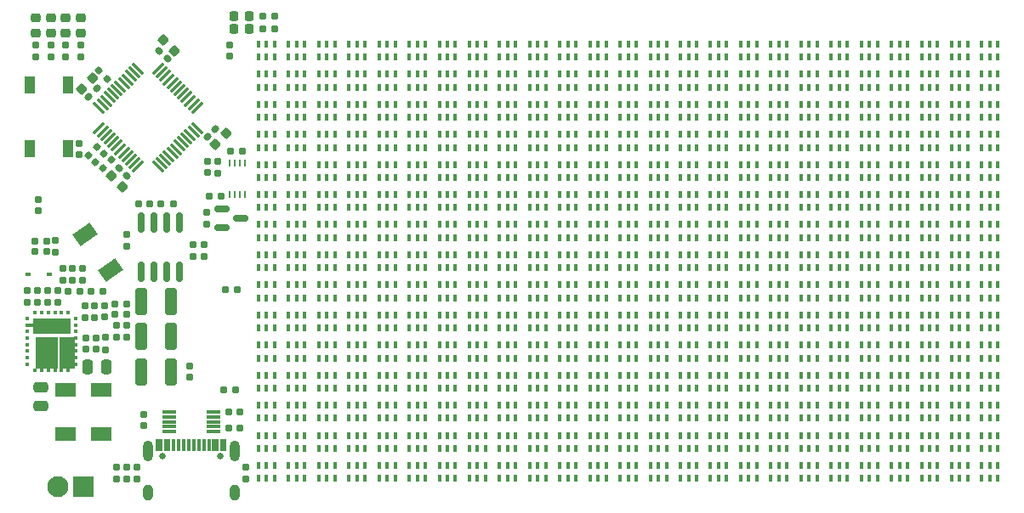
<source format=gbr>
%TF.GenerationSoftware,KiCad,Pcbnew,(5.99.0-12974-ge12f9a194d)*%
%TF.CreationDate,2021-11-26T19:34:28-08:00*%
%TF.ProjectId,LED_Addrs,4c45445f-4164-4647-9273-2e6b69636164,rev?*%
%TF.SameCoordinates,Original*%
%TF.FileFunction,Soldermask,Top*%
%TF.FilePolarity,Negative*%
%FSLAX46Y46*%
G04 Gerber Fmt 4.6, Leading zero omitted, Abs format (unit mm)*
G04 Created by KiCad (PCBNEW (5.99.0-12974-ge12f9a194d)) date 2021-11-26 19:34:28*
%MOMM*%
%LPD*%
G01*
G04 APERTURE LIST*
G04 Aperture macros list*
%AMRoundRect*
0 Rectangle with rounded corners*
0 $1 Rounding radius*
0 $2 $3 $4 $5 $6 $7 $8 $9 X,Y pos of 4 corners*
0 Add a 4 corners polygon primitive as box body*
4,1,4,$2,$3,$4,$5,$6,$7,$8,$9,$2,$3,0*
0 Add four circle primitives for the rounded corners*
1,1,$1+$1,$2,$3*
1,1,$1+$1,$4,$5*
1,1,$1+$1,$6,$7*
1,1,$1+$1,$8,$9*
0 Add four rect primitives between the rounded corners*
20,1,$1+$1,$2,$3,$4,$5,0*
20,1,$1+$1,$4,$5,$6,$7,0*
20,1,$1+$1,$6,$7,$8,$9,0*
20,1,$1+$1,$8,$9,$2,$3,0*%
%AMRotRect*
0 Rectangle, with rotation*
0 The origin of the aperture is its center*
0 $1 length*
0 $2 width*
0 $3 Rotation angle, in degrees counterclockwise*
0 Add horizontal line*
21,1,$1,$2,0,0,$3*%
%AMFreePoly0*
4,1,13,1.850000,-0.800000,-1.850000,-0.800000,-1.850000,-0.080000,-2.250000,-0.080000,-2.253536,-0.078536,-2.255000,-0.075000,-2.255000,0.225000,-2.253536,0.228536,-2.250000,0.230000,-1.850000,0.230000,-1.850000,0.800000,1.850000,0.800000,1.850000,-0.800000,1.850000,-0.800000,$1*%
%AMFreePoly1*
4,1,15,1.100000,0.005000,1.103536,0.003536,1.105000,0.000000,1.105000,-1.715000,1.103536,-1.718536,1.100000,-1.720000,-1.100000,-1.720000,-1.103536,-1.718536,-1.105000,-1.715000,-1.105000,0.000000,-1.103536,0.003536,-1.100000,0.005000,-1.100000,1.415000,1.100000,1.415000,1.100000,0.005000,1.100000,0.005000,$1*%
%AMFreePoly2*
4,1,13,0.903536,1.418536,0.905000,1.415000,0.905000,-1.715000,0.903536,-1.718536,0.900000,-1.720000,-0.600000,-1.720000,-0.603536,-1.718536,-0.605000,-1.715000,-0.605000,1.415000,-0.603536,1.418536,-0.600000,1.420000,0.900000,1.420000,0.903536,1.418536,0.903536,1.418536,$1*%
G04 Aperture macros list end*
%ADD10RoundRect,0.250000X0.475000X-0.250000X0.475000X0.250000X-0.475000X0.250000X-0.475000X-0.250000X0*%
%ADD11R,0.400000X0.700000*%
%ADD12RoundRect,0.160000X0.197500X0.160000X-0.197500X0.160000X-0.197500X-0.160000X0.197500X-0.160000X0*%
%ADD13RoundRect,0.160000X-0.160000X0.197500X-0.160000X-0.197500X0.160000X-0.197500X0.160000X0.197500X0*%
%ADD14RoundRect,0.218750X0.218750X0.256250X-0.218750X0.256250X-0.218750X-0.256250X0.218750X-0.256250X0*%
%ADD15RoundRect,0.155000X-0.212500X-0.155000X0.212500X-0.155000X0.212500X0.155000X-0.212500X0.155000X0*%
%ADD16RoundRect,0.160000X0.160000X-0.197500X0.160000X0.197500X-0.160000X0.197500X-0.160000X-0.197500X0*%
%ADD17RoundRect,0.160000X-0.026517X-0.252791X0.252791X0.026517X0.026517X0.252791X-0.252791X-0.026517X0*%
%ADD18RoundRect,0.160000X-0.197500X-0.160000X0.197500X-0.160000X0.197500X0.160000X-0.197500X0.160000X0*%
%ADD19RoundRect,0.155000X-0.155000X0.212500X-0.155000X-0.212500X0.155000X-0.212500X0.155000X0.212500X0*%
%ADD20RoundRect,0.160000X0.252791X-0.026517X-0.026517X0.252791X-0.252791X0.026517X0.026517X-0.252791X0*%
%ADD21R,1.400000X0.300000*%
%ADD22R,0.600000X0.450000*%
%ADD23RoundRect,0.155000X0.155000X-0.212500X0.155000X0.212500X-0.155000X0.212500X-0.155000X-0.212500X0*%
%ADD24R,0.400000X0.300000*%
%ADD25FreePoly0,0.000000*%
%ADD26FreePoly1,0.000000*%
%ADD27R,0.300000X0.400000*%
%ADD28FreePoly2,0.000000*%
%ADD29RoundRect,0.150000X-0.587500X-0.150000X0.587500X-0.150000X0.587500X0.150000X-0.587500X0.150000X0*%
%ADD30R,1.000000X1.700000*%
%ADD31RoundRect,0.155000X0.040659X0.259862X-0.259862X-0.040659X-0.040659X-0.259862X0.259862X0.040659X0*%
%ADD32R,2.100000X1.400000*%
%ADD33RoundRect,0.250000X0.325000X1.100000X-0.325000X1.100000X-0.325000X-1.100000X0.325000X-1.100000X0*%
%ADD34RoundRect,0.225000X-0.335876X-0.017678X-0.017678X-0.335876X0.335876X0.017678X0.017678X0.335876X0*%
%ADD35RotRect,1.400000X2.100000X305.000000*%
%ADD36RoundRect,0.250000X0.250000X0.475000X-0.250000X0.475000X-0.250000X-0.475000X0.250000X-0.475000X0*%
%ADD37RoundRect,0.218750X0.256250X-0.218750X0.256250X0.218750X-0.256250X0.218750X-0.256250X-0.218750X0*%
%ADD38RoundRect,0.225000X-0.017678X0.335876X-0.335876X0.017678X0.017678X-0.335876X0.335876X-0.017678X0*%
%ADD39RoundRect,0.155000X0.212500X0.155000X-0.212500X0.155000X-0.212500X-0.155000X0.212500X-0.155000X0*%
%ADD40RoundRect,0.218750X-0.218750X-0.256250X0.218750X-0.256250X0.218750X0.256250X-0.218750X0.256250X0*%
%ADD41RoundRect,0.155000X0.259862X-0.040659X-0.040659X0.259862X-0.259862X0.040659X0.040659X-0.259862X0*%
%ADD42RoundRect,0.155000X-0.259862X0.040659X0.040659X-0.259862X0.259862X-0.040659X-0.040659X0.259862X0*%
%ADD43C,0.650000*%
%ADD44R,0.300000X1.150000*%
%ADD45O,1.000000X2.100000*%
%ADD46O,1.000000X1.600000*%
%ADD47RoundRect,0.075000X-0.415425X-0.521491X0.521491X0.415425X0.415425X0.521491X-0.521491X-0.415425X0*%
%ADD48RoundRect,0.075000X0.415425X-0.521491X0.521491X-0.415425X-0.415425X0.521491X-0.521491X0.415425X0*%
%ADD49RoundRect,0.150000X0.150000X-0.825000X0.150000X0.825000X-0.150000X0.825000X-0.150000X-0.825000X0*%
%ADD50RoundRect,0.225000X0.335876X0.017678X0.017678X0.335876X-0.335876X-0.017678X-0.017678X-0.335876X0*%
%ADD51R,0.250000X0.750000*%
%ADD52RoundRect,0.160000X0.026517X0.252791X-0.252791X-0.026517X-0.026517X-0.252791X0.252791X0.026517X0*%
%ADD53R,2.100000X2.100000*%
%ADD54C,2.100000*%
G04 APERTURE END LIST*
D10*
%TO.C,C410*%
X14500000Y-51450000D03*
X14500000Y-49550000D03*
%TD*%
D11*
%TO.C,D220*%
X94800000Y-39350000D03*
X94000000Y-39350000D03*
X93200000Y-39350000D03*
X93200000Y-40650000D03*
X94000000Y-40650000D03*
X94800000Y-40650000D03*
%TD*%
D12*
%TO.C,R29*%
X15097500Y-36000000D03*
X13902500Y-36000000D03*
%TD*%
D11*
%TO.C,D195*%
X94800000Y-36350000D03*
X94000000Y-36350000D03*
X93200000Y-36350000D03*
X93200000Y-37650000D03*
X94000000Y-37650000D03*
X94800000Y-37650000D03*
%TD*%
D13*
%TO.C,R6*%
X14000000Y-15402500D03*
X14000000Y-16597500D03*
%TD*%
D14*
%TO.C,D382*%
X35287500Y-12600000D03*
X33712500Y-12600000D03*
%TD*%
D11*
%TO.C,D151*%
X37800000Y-33350000D03*
X37000000Y-33350000D03*
X36200000Y-33350000D03*
X36200000Y-34650000D03*
X37000000Y-34650000D03*
X37800000Y-34650000D03*
%TD*%
%TO.C,D136*%
X67800000Y-30350000D03*
X67000000Y-30350000D03*
X66200000Y-30350000D03*
X66200000Y-31650000D03*
X67000000Y-31650000D03*
X67800000Y-31650000D03*
%TD*%
%TO.C,D62*%
X70800000Y-21350000D03*
X70000000Y-21350000D03*
X69200000Y-21350000D03*
X69200000Y-22650000D03*
X70000000Y-22650000D03*
X70800000Y-22650000D03*
%TD*%
%TO.C,D139*%
X76800000Y-30350000D03*
X76000000Y-30350000D03*
X75200000Y-30350000D03*
X75200000Y-31650000D03*
X76000000Y-31650000D03*
X76800000Y-31650000D03*
%TD*%
%TO.C,D327*%
X40800000Y-54350000D03*
X40000000Y-54350000D03*
X39200000Y-54350000D03*
X39200000Y-55650000D03*
X40000000Y-55650000D03*
X40800000Y-55650000D03*
%TD*%
D15*
%TO.C,C417*%
X21932500Y-41300000D03*
X23067500Y-41300000D03*
%TD*%
D11*
%TO.C,D354*%
X46800000Y-57350000D03*
X46000000Y-57350000D03*
X45200000Y-57350000D03*
X45200000Y-58650000D03*
X46000000Y-58650000D03*
X46800000Y-58650000D03*
%TD*%
D16*
%TO.C,R22*%
X16700000Y-38897500D03*
X16700000Y-37702500D03*
%TD*%
%TO.C,R35*%
X23100000Y-58697500D03*
X23100000Y-57502500D03*
%TD*%
D17*
%TO.C,R1*%
X19977504Y-27122496D03*
X20822496Y-26277504D03*
%TD*%
D11*
%TO.C,D187*%
X70800000Y-36350000D03*
X70000000Y-36350000D03*
X69200000Y-36350000D03*
X69200000Y-37650000D03*
X70000000Y-37650000D03*
X70800000Y-37650000D03*
%TD*%
%TO.C,D116*%
X82800000Y-27350000D03*
X82000000Y-27350000D03*
X81200000Y-27350000D03*
X81200000Y-28650000D03*
X82000000Y-28650000D03*
X82800000Y-28650000D03*
%TD*%
%TO.C,D270*%
X94800000Y-45350000D03*
X94000000Y-45350000D03*
X93200000Y-45350000D03*
X93200000Y-46650000D03*
X94000000Y-46650000D03*
X94800000Y-46650000D03*
%TD*%
%TO.C,D90*%
X79800000Y-24350000D03*
X79000000Y-24350000D03*
X78200000Y-24350000D03*
X78200000Y-25650000D03*
X79000000Y-25650000D03*
X79800000Y-25650000D03*
%TD*%
D13*
%TO.C,R31*%
X22100000Y-57502500D03*
X22100000Y-58697500D03*
%TD*%
D11*
%TO.C,D278*%
X43800000Y-48350000D03*
X43000000Y-48350000D03*
X42200000Y-48350000D03*
X42200000Y-49650000D03*
X43000000Y-49650000D03*
X43800000Y-49650000D03*
%TD*%
%TO.C,D216*%
X82800000Y-39350000D03*
X82000000Y-39350000D03*
X81200000Y-39350000D03*
X81200000Y-40650000D03*
X82000000Y-40650000D03*
X82800000Y-40650000D03*
%TD*%
D18*
%TO.C,R15*%
X32902500Y-39800000D03*
X34097500Y-39800000D03*
%TD*%
D11*
%TO.C,D360*%
X64800000Y-57350000D03*
X64000000Y-57350000D03*
X63200000Y-57350000D03*
X63200000Y-58650000D03*
X64000000Y-58650000D03*
X64800000Y-58650000D03*
%TD*%
%TO.C,D302*%
X40800000Y-51350000D03*
X40000000Y-51350000D03*
X39200000Y-51350000D03*
X39200000Y-52650000D03*
X40000000Y-52650000D03*
X40800000Y-52650000D03*
%TD*%
%TO.C,D335*%
X64800000Y-54350000D03*
X64000000Y-54350000D03*
X63200000Y-54350000D03*
X63200000Y-55650000D03*
X64000000Y-55650000D03*
X64800000Y-55650000D03*
%TD*%
%TO.C,D237*%
X70800000Y-42350000D03*
X70000000Y-42350000D03*
X69200000Y-42350000D03*
X69200000Y-43650000D03*
X70000000Y-43650000D03*
X70800000Y-43650000D03*
%TD*%
%TO.C,D196*%
X97800000Y-36350000D03*
X97000000Y-36350000D03*
X96200000Y-36350000D03*
X96200000Y-37650000D03*
X97000000Y-37650000D03*
X97800000Y-37650000D03*
%TD*%
%TO.C,D221*%
X97800000Y-39350000D03*
X97000000Y-39350000D03*
X96200000Y-39350000D03*
X96200000Y-40650000D03*
X97000000Y-40650000D03*
X97800000Y-40650000D03*
%TD*%
%TO.C,D155*%
X49800000Y-33350000D03*
X49000000Y-33350000D03*
X48200000Y-33350000D03*
X48200000Y-34650000D03*
X49000000Y-34650000D03*
X49800000Y-34650000D03*
%TD*%
%TO.C,D248*%
X103800000Y-42350000D03*
X103000000Y-42350000D03*
X102200000Y-42350000D03*
X102200000Y-43650000D03*
X103000000Y-43650000D03*
X103800000Y-43650000D03*
%TD*%
%TO.C,D134*%
X61800000Y-30350000D03*
X61000000Y-30350000D03*
X60200000Y-30350000D03*
X60200000Y-31650000D03*
X61000000Y-31650000D03*
X61800000Y-31650000D03*
%TD*%
%TO.C,D96*%
X97800000Y-24350000D03*
X97000000Y-24350000D03*
X96200000Y-24350000D03*
X96200000Y-25650000D03*
X97000000Y-25650000D03*
X97800000Y-25650000D03*
%TD*%
%TO.C,D241*%
X82800000Y-42350000D03*
X82000000Y-42350000D03*
X81200000Y-42350000D03*
X81200000Y-43650000D03*
X82000000Y-43650000D03*
X82800000Y-43650000D03*
%TD*%
D19*
%TO.C,C406*%
X17700000Y-37732500D03*
X17700000Y-38867500D03*
%TD*%
D11*
%TO.C,D337*%
X70800000Y-54350000D03*
X70000000Y-54350000D03*
X69200000Y-54350000D03*
X69200000Y-55650000D03*
X70000000Y-55650000D03*
X70800000Y-55650000D03*
%TD*%
%TO.C,D356*%
X52800000Y-57350000D03*
X52000000Y-57350000D03*
X51200000Y-57350000D03*
X51200000Y-58650000D03*
X52000000Y-58650000D03*
X52800000Y-58650000D03*
%TD*%
%TO.C,D184*%
X61800000Y-36350000D03*
X61000000Y-36350000D03*
X60200000Y-36350000D03*
X60200000Y-37650000D03*
X61000000Y-37650000D03*
X61800000Y-37650000D03*
%TD*%
D15*
%TO.C,C396*%
X33432500Y-26000000D03*
X34567500Y-26000000D03*
%TD*%
D18*
%TO.C,R16*%
X32702500Y-49800000D03*
X33897500Y-49800000D03*
%TD*%
D11*
%TO.C,D250*%
X109800000Y-42350000D03*
X109000000Y-42350000D03*
X108200000Y-42350000D03*
X108200000Y-43650000D03*
X109000000Y-43650000D03*
X109800000Y-43650000D03*
%TD*%
%TO.C,D83*%
X58800000Y-24350000D03*
X58000000Y-24350000D03*
X57200000Y-24350000D03*
X57200000Y-25650000D03*
X58000000Y-25650000D03*
X58800000Y-25650000D03*
%TD*%
D18*
%TO.C,R20*%
X36602500Y-12600000D03*
X37797500Y-12600000D03*
%TD*%
D11*
%TO.C,D249*%
X106800000Y-42350000D03*
X106000000Y-42350000D03*
X105200000Y-42350000D03*
X105200000Y-43650000D03*
X106000000Y-43650000D03*
X106800000Y-43650000D03*
%TD*%
D18*
%TO.C,R37*%
X36602500Y-13800000D03*
X37797500Y-13800000D03*
%TD*%
D11*
%TO.C,D160*%
X64800000Y-33350000D03*
X64000000Y-33350000D03*
X63200000Y-33350000D03*
X63200000Y-34650000D03*
X64000000Y-34650000D03*
X64800000Y-34650000D03*
%TD*%
%TO.C,D343*%
X88800000Y-54350000D03*
X88000000Y-54350000D03*
X87200000Y-54350000D03*
X87200000Y-55650000D03*
X88000000Y-55650000D03*
X88800000Y-55650000D03*
%TD*%
D20*
%TO.C,R8*%
X21122496Y-18822496D03*
X20277504Y-17977504D03*
%TD*%
D11*
%TO.C,D65*%
X79800000Y-21350000D03*
X79000000Y-21350000D03*
X78200000Y-21350000D03*
X78200000Y-22650000D03*
X79000000Y-22650000D03*
X79800000Y-22650000D03*
%TD*%
%TO.C,D300*%
X109800000Y-48350000D03*
X109000000Y-48350000D03*
X108200000Y-48350000D03*
X108200000Y-49650000D03*
X109000000Y-49650000D03*
X109800000Y-49650000D03*
%TD*%
%TO.C,D222*%
X100800000Y-39350000D03*
X100000000Y-39350000D03*
X99200000Y-39350000D03*
X99200000Y-40650000D03*
X100000000Y-40650000D03*
X100800000Y-40650000D03*
%TD*%
%TO.C,D111*%
X67800000Y-27350000D03*
X67000000Y-27350000D03*
X66200000Y-27350000D03*
X66200000Y-28650000D03*
X67000000Y-28650000D03*
X67800000Y-28650000D03*
%TD*%
%TO.C,D73*%
X103800000Y-21350000D03*
X103000000Y-21350000D03*
X102200000Y-21350000D03*
X102200000Y-22650000D03*
X103000000Y-22650000D03*
X103800000Y-22650000D03*
%TD*%
%TO.C,D137*%
X70800000Y-30350000D03*
X70000000Y-30350000D03*
X69200000Y-30350000D03*
X69200000Y-31650000D03*
X70000000Y-31650000D03*
X70800000Y-31650000D03*
%TD*%
%TO.C,D131*%
X52800000Y-30350000D03*
X52000000Y-30350000D03*
X51200000Y-30350000D03*
X51200000Y-31650000D03*
X52000000Y-31650000D03*
X52800000Y-31650000D03*
%TD*%
%TO.C,D194*%
X91800000Y-36350000D03*
X91000000Y-36350000D03*
X90200000Y-36350000D03*
X90200000Y-37650000D03*
X91000000Y-37650000D03*
X91800000Y-37650000D03*
%TD*%
%TO.C,D63*%
X73800000Y-21350000D03*
X73000000Y-21350000D03*
X72200000Y-21350000D03*
X72200000Y-22650000D03*
X73000000Y-22650000D03*
X73800000Y-22650000D03*
%TD*%
%TO.C,D214*%
X76800000Y-39350000D03*
X76000000Y-39350000D03*
X75200000Y-39350000D03*
X75200000Y-40650000D03*
X76000000Y-40650000D03*
X76800000Y-40650000D03*
%TD*%
%TO.C,D266*%
X82800000Y-45350000D03*
X82000000Y-45350000D03*
X81200000Y-45350000D03*
X81200000Y-46650000D03*
X82000000Y-46650000D03*
X82800000Y-46650000D03*
%TD*%
%TO.C,D34*%
X61800000Y-18350000D03*
X61000000Y-18350000D03*
X60200000Y-18350000D03*
X60200000Y-19650000D03*
X61000000Y-19650000D03*
X61800000Y-19650000D03*
%TD*%
%TO.C,D188*%
X73800000Y-36350000D03*
X73000000Y-36350000D03*
X72200000Y-36350000D03*
X72200000Y-37650000D03*
X73000000Y-37650000D03*
X73800000Y-37650000D03*
%TD*%
%TO.C,D176*%
X37800000Y-36350000D03*
X37000000Y-36350000D03*
X36200000Y-36350000D03*
X36200000Y-37650000D03*
X37000000Y-37650000D03*
X37800000Y-37650000D03*
%TD*%
%TO.C,D23*%
X103800000Y-15350000D03*
X103000000Y-15350000D03*
X102200000Y-15350000D03*
X102200000Y-16650000D03*
X103000000Y-16650000D03*
X103800000Y-16650000D03*
%TD*%
%TO.C,D314*%
X76800000Y-51350000D03*
X76000000Y-51350000D03*
X75200000Y-51350000D03*
X75200000Y-52650000D03*
X76000000Y-52650000D03*
X76800000Y-52650000D03*
%TD*%
%TO.C,D32*%
X55800000Y-18350000D03*
X55000000Y-18350000D03*
X54200000Y-18350000D03*
X54200000Y-19650000D03*
X55000000Y-19650000D03*
X55800000Y-19650000D03*
%TD*%
%TO.C,D76*%
X37800000Y-24350000D03*
X37000000Y-24350000D03*
X36200000Y-24350000D03*
X36200000Y-25650000D03*
X37000000Y-25650000D03*
X37800000Y-25650000D03*
%TD*%
%TO.C,D323*%
X103800000Y-51350000D03*
X103000000Y-51350000D03*
X102200000Y-51350000D03*
X102200000Y-52650000D03*
X103000000Y-52650000D03*
X103800000Y-52650000D03*
%TD*%
%TO.C,D297*%
X100800000Y-48350000D03*
X100000000Y-48350000D03*
X99200000Y-48350000D03*
X99200000Y-49650000D03*
X100000000Y-49650000D03*
X100800000Y-49650000D03*
%TD*%
%TO.C,D140*%
X79800000Y-30350000D03*
X79000000Y-30350000D03*
X78200000Y-30350000D03*
X78200000Y-31650000D03*
X79000000Y-31650000D03*
X79800000Y-31650000D03*
%TD*%
%TO.C,D342*%
X85800000Y-54350000D03*
X85000000Y-54350000D03*
X84200000Y-54350000D03*
X84200000Y-55650000D03*
X85000000Y-55650000D03*
X85800000Y-55650000D03*
%TD*%
%TO.C,D227*%
X40800000Y-42350000D03*
X40000000Y-42350000D03*
X39200000Y-42350000D03*
X39200000Y-43650000D03*
X40000000Y-43650000D03*
X40800000Y-43650000D03*
%TD*%
%TO.C,D199*%
X106800000Y-36350000D03*
X106000000Y-36350000D03*
X105200000Y-36350000D03*
X105200000Y-37650000D03*
X106000000Y-37650000D03*
X106800000Y-37650000D03*
%TD*%
%TO.C,D277*%
X40800000Y-48350000D03*
X40000000Y-48350000D03*
X39200000Y-48350000D03*
X39200000Y-49650000D03*
X40000000Y-49650000D03*
X40800000Y-49650000D03*
%TD*%
D21*
%TO.C,U2*%
X27300000Y-52000000D03*
X27300000Y-52500000D03*
X27300000Y-53000000D03*
X27300000Y-53500000D03*
X27300000Y-54000000D03*
X31700000Y-54000000D03*
X31700000Y-53500000D03*
X31700000Y-53000000D03*
X31700000Y-52500000D03*
X31700000Y-52000000D03*
%TD*%
D11*
%TO.C,D44*%
X91800000Y-18350000D03*
X91000000Y-18350000D03*
X90200000Y-18350000D03*
X90200000Y-19650000D03*
X91000000Y-19650000D03*
X91800000Y-19650000D03*
%TD*%
%TO.C,D170*%
X94800000Y-33350000D03*
X94000000Y-33350000D03*
X93200000Y-33350000D03*
X93200000Y-34650000D03*
X94000000Y-34650000D03*
X94800000Y-34650000D03*
%TD*%
%TO.C,D101*%
X37800000Y-27350000D03*
X37000000Y-27350000D03*
X36200000Y-27350000D03*
X36200000Y-28650000D03*
X37000000Y-28650000D03*
X37800000Y-28650000D03*
%TD*%
D13*
%TO.C,R12*%
X32100000Y-27002500D03*
X32100000Y-28197500D03*
%TD*%
D11*
%TO.C,D304*%
X46800000Y-51350000D03*
X46000000Y-51350000D03*
X45200000Y-51350000D03*
X45200000Y-52650000D03*
X46000000Y-52650000D03*
X46800000Y-52650000D03*
%TD*%
%TO.C,D16*%
X82800000Y-15350000D03*
X82000000Y-15350000D03*
X81200000Y-15350000D03*
X81200000Y-16650000D03*
X82000000Y-16650000D03*
X82800000Y-16650000D03*
%TD*%
%TO.C,D344*%
X91800000Y-54350000D03*
X91000000Y-54350000D03*
X90200000Y-54350000D03*
X90200000Y-55650000D03*
X91000000Y-55650000D03*
X91800000Y-55650000D03*
%TD*%
%TO.C,D371*%
X97800000Y-57350000D03*
X97000000Y-57350000D03*
X96200000Y-57350000D03*
X96200000Y-58650000D03*
X97000000Y-58650000D03*
X97800000Y-58650000D03*
%TD*%
%TO.C,D110*%
X64800000Y-27350000D03*
X64000000Y-27350000D03*
X63200000Y-27350000D03*
X63200000Y-28650000D03*
X64000000Y-28650000D03*
X64800000Y-28650000D03*
%TD*%
%TO.C,D28*%
X43800000Y-18350000D03*
X43000000Y-18350000D03*
X42200000Y-18350000D03*
X42200000Y-19650000D03*
X43000000Y-19650000D03*
X43800000Y-19650000D03*
%TD*%
%TO.C,D99*%
X106800000Y-24350000D03*
X106000000Y-24350000D03*
X105200000Y-24350000D03*
X105200000Y-25650000D03*
X106000000Y-25650000D03*
X106800000Y-25650000D03*
%TD*%
%TO.C,D267*%
X85800000Y-45350000D03*
X85000000Y-45350000D03*
X84200000Y-45350000D03*
X84200000Y-46650000D03*
X85000000Y-46650000D03*
X85800000Y-46650000D03*
%TD*%
%TO.C,D201*%
X37800000Y-39350000D03*
X37000000Y-39350000D03*
X36200000Y-39350000D03*
X36200000Y-40650000D03*
X37000000Y-40650000D03*
X37800000Y-40650000D03*
%TD*%
%TO.C,D336*%
X67800000Y-54350000D03*
X67000000Y-54350000D03*
X66200000Y-54350000D03*
X66200000Y-55650000D03*
X67000000Y-55650000D03*
X67800000Y-55650000D03*
%TD*%
%TO.C,D142*%
X85800000Y-30350000D03*
X85000000Y-30350000D03*
X84200000Y-30350000D03*
X84200000Y-31650000D03*
X85000000Y-31650000D03*
X85800000Y-31650000D03*
%TD*%
%TO.C,D94*%
X91800000Y-24350000D03*
X91000000Y-24350000D03*
X90200000Y-24350000D03*
X90200000Y-25650000D03*
X91000000Y-25650000D03*
X91800000Y-25650000D03*
%TD*%
%TO.C,D89*%
X76800000Y-24350000D03*
X76000000Y-24350000D03*
X75200000Y-24350000D03*
X75200000Y-25650000D03*
X76000000Y-25650000D03*
X76800000Y-25650000D03*
%TD*%
D22*
%TO.C,D384*%
X13250000Y-38300000D03*
X15350000Y-38300000D03*
%TD*%
D11*
%TO.C,D158*%
X58800000Y-33350000D03*
X58000000Y-33350000D03*
X57200000Y-33350000D03*
X57200000Y-34650000D03*
X58000000Y-34650000D03*
X58800000Y-34650000D03*
%TD*%
D16*
%TO.C,R36*%
X30800000Y-36497500D03*
X30800000Y-35302500D03*
%TD*%
D13*
%TO.C,R10*%
X24100000Y-57502500D03*
X24100000Y-58697500D03*
%TD*%
D11*
%TO.C,D374*%
X106800000Y-57350000D03*
X106000000Y-57350000D03*
X105200000Y-57350000D03*
X105200000Y-58650000D03*
X106000000Y-58650000D03*
X106800000Y-58650000D03*
%TD*%
%TO.C,D95*%
X94800000Y-24350000D03*
X94000000Y-24350000D03*
X93200000Y-24350000D03*
X93200000Y-25650000D03*
X94000000Y-25650000D03*
X94800000Y-25650000D03*
%TD*%
%TO.C,D261*%
X67800000Y-45350000D03*
X67000000Y-45350000D03*
X66200000Y-45350000D03*
X66200000Y-46650000D03*
X67000000Y-46650000D03*
X67800000Y-46650000D03*
%TD*%
D13*
%TO.C,R3*%
X18500000Y-15402500D03*
X18500000Y-16597500D03*
%TD*%
D11*
%TO.C,D373*%
X103800000Y-57350000D03*
X103000000Y-57350000D03*
X102200000Y-57350000D03*
X102200000Y-58650000D03*
X103000000Y-58650000D03*
X103800000Y-58650000D03*
%TD*%
%TO.C,D181*%
X52800000Y-36350000D03*
X52000000Y-36350000D03*
X51200000Y-36350000D03*
X51200000Y-37650000D03*
X52000000Y-37650000D03*
X52800000Y-37650000D03*
%TD*%
%TO.C,D235*%
X64800000Y-42350000D03*
X64000000Y-42350000D03*
X63200000Y-42350000D03*
X63200000Y-43650000D03*
X64000000Y-43650000D03*
X64800000Y-43650000D03*
%TD*%
%TO.C,D319*%
X91800000Y-51350000D03*
X91000000Y-51350000D03*
X90200000Y-51350000D03*
X90200000Y-52650000D03*
X91000000Y-52650000D03*
X91800000Y-52650000D03*
%TD*%
%TO.C,D29*%
X46800000Y-18350000D03*
X46000000Y-18350000D03*
X45200000Y-18350000D03*
X45200000Y-19650000D03*
X46000000Y-19650000D03*
X46800000Y-19650000D03*
%TD*%
D12*
%TO.C,R23*%
X27697500Y-31300000D03*
X26502500Y-31300000D03*
%TD*%
D11*
%TO.C,D75*%
X109800000Y-21350000D03*
X109000000Y-21350000D03*
X108200000Y-21350000D03*
X108200000Y-22650000D03*
X109000000Y-22650000D03*
X109800000Y-22650000D03*
%TD*%
D23*
%TO.C,C405*%
X20900000Y-42567500D03*
X20900000Y-41432500D03*
%TD*%
D24*
%TO.C,U6*%
X13200000Y-42710000D03*
D25*
X15600000Y-43435000D03*
D24*
X13200000Y-43360000D03*
X13200000Y-44010000D03*
X13200000Y-44660000D03*
X13200000Y-45310000D03*
X13200000Y-45960000D03*
X13200000Y-46610000D03*
X13200000Y-47260000D03*
D26*
X15100000Y-46000000D03*
D27*
X13975000Y-47885000D03*
X14625000Y-47885000D03*
X15275000Y-47885000D03*
X15925000Y-47885000D03*
D28*
X17000000Y-46000000D03*
D27*
X16575000Y-47885000D03*
X17225000Y-47885000D03*
D24*
X18000000Y-47260000D03*
X18000000Y-46610000D03*
X18000000Y-45960000D03*
X18000000Y-45310000D03*
X18000000Y-44660000D03*
X18000000Y-44010000D03*
X18000000Y-43360000D03*
X18000000Y-42710000D03*
D27*
X17225000Y-42085000D03*
X16575000Y-42085000D03*
X15925000Y-42085000D03*
X15275000Y-42085000D03*
X14625000Y-42085000D03*
X13975000Y-42085000D03*
%TD*%
D11*
%TO.C,D172*%
X100800000Y-33350000D03*
X100000000Y-33350000D03*
X99200000Y-33350000D03*
X99200000Y-34650000D03*
X100000000Y-34650000D03*
X100800000Y-34650000D03*
%TD*%
D29*
%TO.C,Q1*%
X32562500Y-31750000D03*
X32562500Y-33650000D03*
X34437500Y-32700000D03*
%TD*%
D19*
%TO.C,C411*%
X19000000Y-44632500D03*
X19000000Y-45767500D03*
%TD*%
D11*
%TO.C,D27*%
X40800000Y-18350000D03*
X40000000Y-18350000D03*
X39200000Y-18350000D03*
X39200000Y-19650000D03*
X40000000Y-19650000D03*
X40800000Y-19650000D03*
%TD*%
%TO.C,D149*%
X106800000Y-30350000D03*
X106000000Y-30350000D03*
X105200000Y-30350000D03*
X105200000Y-31650000D03*
X106000000Y-31650000D03*
X106800000Y-31650000D03*
%TD*%
%TO.C,D351*%
X37800000Y-57350000D03*
X37000000Y-57350000D03*
X36200000Y-57350000D03*
X36200000Y-58650000D03*
X37000000Y-58650000D03*
X37800000Y-58650000D03*
%TD*%
%TO.C,D105*%
X49800000Y-27350000D03*
X49000000Y-27350000D03*
X48200000Y-27350000D03*
X48200000Y-28650000D03*
X49000000Y-28650000D03*
X49800000Y-28650000D03*
%TD*%
%TO.C,D292*%
X85800000Y-48350000D03*
X85000000Y-48350000D03*
X84200000Y-48350000D03*
X84200000Y-49650000D03*
X85000000Y-49650000D03*
X85800000Y-49650000D03*
%TD*%
D12*
%TO.C,R19*%
X20697500Y-40000000D03*
X19502500Y-40000000D03*
%TD*%
D11*
%TO.C,D284*%
X61800000Y-48350000D03*
X61000000Y-48350000D03*
X60200000Y-48350000D03*
X60200000Y-49650000D03*
X61000000Y-49650000D03*
X61800000Y-49650000D03*
%TD*%
%TO.C,D115*%
X79800000Y-27350000D03*
X79000000Y-27350000D03*
X78200000Y-27350000D03*
X78200000Y-28650000D03*
X79000000Y-28650000D03*
X79800000Y-28650000D03*
%TD*%
D30*
%TO.C,SW1*%
X13400000Y-19450000D03*
X13400000Y-25750000D03*
X17200000Y-19450000D03*
X17200000Y-25750000D03*
%TD*%
D11*
%TO.C,D215*%
X79800000Y-39350000D03*
X79000000Y-39350000D03*
X78200000Y-39350000D03*
X78200000Y-40650000D03*
X79000000Y-40650000D03*
X79800000Y-40650000D03*
%TD*%
%TO.C,D168*%
X88800000Y-33350000D03*
X88000000Y-33350000D03*
X87200000Y-33350000D03*
X87200000Y-34650000D03*
X88000000Y-34650000D03*
X88800000Y-34650000D03*
%TD*%
%TO.C,D38*%
X73800000Y-18350000D03*
X73000000Y-18350000D03*
X72200000Y-18350000D03*
X72200000Y-19650000D03*
X73000000Y-19650000D03*
X73800000Y-19650000D03*
%TD*%
%TO.C,D21*%
X97800000Y-15350000D03*
X97000000Y-15350000D03*
X96200000Y-15350000D03*
X96200000Y-16650000D03*
X97000000Y-16650000D03*
X97800000Y-16650000D03*
%TD*%
D31*
%TO.C,C376*%
X31901283Y-23798717D03*
X31098717Y-24601283D03*
%TD*%
D11*
%TO.C,D180*%
X49800000Y-36350000D03*
X49000000Y-36350000D03*
X48200000Y-36350000D03*
X48200000Y-37650000D03*
X49000000Y-37650000D03*
X49800000Y-37650000D03*
%TD*%
%TO.C,D291*%
X82800000Y-48350000D03*
X82000000Y-48350000D03*
X81200000Y-48350000D03*
X81200000Y-49650000D03*
X82000000Y-49650000D03*
X82800000Y-49650000D03*
%TD*%
%TO.C,D148*%
X103800000Y-30350000D03*
X103000000Y-30350000D03*
X102200000Y-30350000D03*
X102200000Y-31650000D03*
X103000000Y-31650000D03*
X103800000Y-31650000D03*
%TD*%
%TO.C,D60*%
X64800000Y-21350000D03*
X64000000Y-21350000D03*
X63200000Y-21350000D03*
X63200000Y-22650000D03*
X64000000Y-22650000D03*
X64800000Y-22650000D03*
%TD*%
%TO.C,D295*%
X94800000Y-48350000D03*
X94000000Y-48350000D03*
X93200000Y-48350000D03*
X93200000Y-49650000D03*
X94000000Y-49650000D03*
X94800000Y-49650000D03*
%TD*%
D13*
%TO.C,R33*%
X16200000Y-39902500D03*
X16200000Y-41097500D03*
%TD*%
D11*
%TO.C,D133*%
X58800000Y-30350000D03*
X58000000Y-30350000D03*
X57200000Y-30350000D03*
X57200000Y-31650000D03*
X58000000Y-31650000D03*
X58800000Y-31650000D03*
%TD*%
%TO.C,D272*%
X100800000Y-45350000D03*
X100000000Y-45350000D03*
X99200000Y-45350000D03*
X99200000Y-46650000D03*
X100000000Y-46650000D03*
X100800000Y-46650000D03*
%TD*%
D32*
%TO.C,D380*%
X20500000Y-49800000D03*
X20500000Y-54200000D03*
%TD*%
D13*
%TO.C,R11*%
X34900000Y-57502500D03*
X34900000Y-58697500D03*
%TD*%
D33*
%TO.C,C413*%
X27475000Y-48000000D03*
X24525000Y-48000000D03*
%TD*%
D11*
%TO.C,D359*%
X61800000Y-57350000D03*
X61000000Y-57350000D03*
X60200000Y-57350000D03*
X60200000Y-58650000D03*
X61000000Y-58650000D03*
X61800000Y-58650000D03*
%TD*%
%TO.C,D331*%
X52800000Y-54350000D03*
X52000000Y-54350000D03*
X51200000Y-54350000D03*
X51200000Y-55650000D03*
X52000000Y-55650000D03*
X52800000Y-55650000D03*
%TD*%
%TO.C,D333*%
X58800000Y-54350000D03*
X58000000Y-54350000D03*
X57200000Y-54350000D03*
X57200000Y-55650000D03*
X58000000Y-55650000D03*
X58800000Y-55650000D03*
%TD*%
%TO.C,D264*%
X76800000Y-45350000D03*
X76000000Y-45350000D03*
X75200000Y-45350000D03*
X75200000Y-46650000D03*
X76000000Y-46650000D03*
X76800000Y-46650000D03*
%TD*%
%TO.C,D113*%
X73800000Y-27350000D03*
X73000000Y-27350000D03*
X72200000Y-27350000D03*
X72200000Y-28650000D03*
X73000000Y-28650000D03*
X73800000Y-28650000D03*
%TD*%
%TO.C,D15*%
X79800000Y-15350000D03*
X79000000Y-15350000D03*
X78200000Y-15350000D03*
X78200000Y-16650000D03*
X79000000Y-16650000D03*
X79800000Y-16650000D03*
%TD*%
%TO.C,D209*%
X61800000Y-39350000D03*
X61000000Y-39350000D03*
X60200000Y-39350000D03*
X60200000Y-40650000D03*
X61000000Y-40650000D03*
X61800000Y-40650000D03*
%TD*%
D15*
%TO.C,C408*%
X24232500Y-31300000D03*
X25367500Y-31300000D03*
%TD*%
D11*
%TO.C,D294*%
X91800000Y-48350000D03*
X91000000Y-48350000D03*
X90200000Y-48350000D03*
X90200000Y-49650000D03*
X91000000Y-49650000D03*
X91800000Y-49650000D03*
%TD*%
%TO.C,D54*%
X46800000Y-21350000D03*
X46000000Y-21350000D03*
X45200000Y-21350000D03*
X45200000Y-22650000D03*
X46000000Y-22650000D03*
X46800000Y-22650000D03*
%TD*%
%TO.C,D22*%
X100800000Y-15350000D03*
X100000000Y-15350000D03*
X99200000Y-15350000D03*
X99200000Y-16650000D03*
X100000000Y-16650000D03*
X100800000Y-16650000D03*
%TD*%
%TO.C,D338*%
X73800000Y-54350000D03*
X73000000Y-54350000D03*
X72200000Y-54350000D03*
X72200000Y-55650000D03*
X73000000Y-55650000D03*
X73800000Y-55650000D03*
%TD*%
%TO.C,D19*%
X91800000Y-15350000D03*
X91000000Y-15350000D03*
X90200000Y-15350000D03*
X90200000Y-16650000D03*
X91000000Y-16650000D03*
X91800000Y-16650000D03*
%TD*%
%TO.C,D226*%
X37800000Y-42350000D03*
X37000000Y-42350000D03*
X36200000Y-42350000D03*
X36200000Y-43650000D03*
X37000000Y-43650000D03*
X37800000Y-43650000D03*
%TD*%
%TO.C,D253*%
X43800000Y-45350000D03*
X43000000Y-45350000D03*
X42200000Y-45350000D03*
X42200000Y-46650000D03*
X43000000Y-46650000D03*
X43800000Y-46650000D03*
%TD*%
%TO.C,D350*%
X109800000Y-54350000D03*
X109000000Y-54350000D03*
X108200000Y-54350000D03*
X108200000Y-55650000D03*
X109000000Y-55650000D03*
X109800000Y-55650000D03*
%TD*%
%TO.C,D276*%
X37800000Y-48350000D03*
X37000000Y-48350000D03*
X36200000Y-48350000D03*
X36200000Y-49650000D03*
X37000000Y-49650000D03*
X37800000Y-49650000D03*
%TD*%
%TO.C,D4*%
X46800000Y-15350000D03*
X46000000Y-15350000D03*
X45200000Y-15350000D03*
X45200000Y-16650000D03*
X46000000Y-16650000D03*
X46800000Y-16650000D03*
%TD*%
%TO.C,D303*%
X43800000Y-51350000D03*
X43000000Y-51350000D03*
X42200000Y-51350000D03*
X42200000Y-52650000D03*
X43000000Y-52650000D03*
X43800000Y-52650000D03*
%TD*%
%TO.C,D283*%
X58800000Y-48350000D03*
X58000000Y-48350000D03*
X57200000Y-48350000D03*
X57200000Y-49650000D03*
X58000000Y-49650000D03*
X58800000Y-49650000D03*
%TD*%
D32*
%TO.C,D383*%
X17000000Y-49800000D03*
X17000000Y-54200000D03*
%TD*%
D11*
%TO.C,D254*%
X46800000Y-45350000D03*
X46000000Y-45350000D03*
X45200000Y-45350000D03*
X45200000Y-46650000D03*
X46000000Y-46650000D03*
X46800000Y-46650000D03*
%TD*%
%TO.C,D147*%
X100800000Y-30350000D03*
X100000000Y-30350000D03*
X99200000Y-30350000D03*
X99200000Y-31650000D03*
X100000000Y-31650000D03*
X100800000Y-31650000D03*
%TD*%
%TO.C,D178*%
X43800000Y-36350000D03*
X43000000Y-36350000D03*
X42200000Y-36350000D03*
X42200000Y-37650000D03*
X43000000Y-37650000D03*
X43800000Y-37650000D03*
%TD*%
%TO.C,D88*%
X73800000Y-24350000D03*
X73000000Y-24350000D03*
X72200000Y-24350000D03*
X72200000Y-25650000D03*
X73000000Y-25650000D03*
X73800000Y-25650000D03*
%TD*%
D34*
%TO.C,C381*%
X26751992Y-14951992D03*
X27848008Y-16048008D03*
%TD*%
D23*
%TO.C,C388*%
X33300000Y-16567500D03*
X33300000Y-15432500D03*
%TD*%
%TO.C,C401*%
X14300000Y-31967500D03*
X14300000Y-30832500D03*
%TD*%
D11*
%TO.C,D42*%
X85800000Y-18350000D03*
X85000000Y-18350000D03*
X84200000Y-18350000D03*
X84200000Y-19650000D03*
X85000000Y-19650000D03*
X85800000Y-19650000D03*
%TD*%
D35*
%TO.C,D381*%
X18938132Y-34297866D03*
X21461868Y-37902134D03*
%TD*%
D13*
%TO.C,R5*%
X15500000Y-15402500D03*
X15500000Y-16597500D03*
%TD*%
D11*
%TO.C,D146*%
X97800000Y-30350000D03*
X97000000Y-30350000D03*
X96200000Y-30350000D03*
X96200000Y-31650000D03*
X97000000Y-31650000D03*
X97800000Y-31650000D03*
%TD*%
%TO.C,D77*%
X40800000Y-24350000D03*
X40000000Y-24350000D03*
X39200000Y-24350000D03*
X39200000Y-25650000D03*
X40000000Y-25650000D03*
X40800000Y-25650000D03*
%TD*%
%TO.C,D238*%
X73800000Y-42350000D03*
X73000000Y-42350000D03*
X72200000Y-42350000D03*
X72200000Y-43650000D03*
X73000000Y-43650000D03*
X73800000Y-43650000D03*
%TD*%
%TO.C,D177*%
X40800000Y-36350000D03*
X40000000Y-36350000D03*
X39200000Y-36350000D03*
X39200000Y-37650000D03*
X40000000Y-37650000D03*
X40800000Y-37650000D03*
%TD*%
%TO.C,D24*%
X106800000Y-15350000D03*
X106000000Y-15350000D03*
X105200000Y-15350000D03*
X105200000Y-16650000D03*
X106000000Y-16650000D03*
X106800000Y-16650000D03*
%TD*%
%TO.C,D210*%
X64800000Y-39350000D03*
X64000000Y-39350000D03*
X63200000Y-39350000D03*
X63200000Y-40650000D03*
X64000000Y-40650000D03*
X64800000Y-40650000D03*
%TD*%
D36*
%TO.C,C409*%
X21050000Y-47500000D03*
X19150000Y-47500000D03*
%TD*%
D11*
%TO.C,D37*%
X70800000Y-18350000D03*
X70000000Y-18350000D03*
X69200000Y-18350000D03*
X69200000Y-19650000D03*
X70000000Y-19650000D03*
X70800000Y-19650000D03*
%TD*%
%TO.C,D347*%
X100800000Y-54350000D03*
X100000000Y-54350000D03*
X99200000Y-54350000D03*
X99200000Y-55650000D03*
X100000000Y-55650000D03*
X100800000Y-55650000D03*
%TD*%
D37*
%TO.C,D376*%
X18500000Y-14287500D03*
X18500000Y-12712500D03*
%TD*%
D11*
%TO.C,D185*%
X64800000Y-36350000D03*
X64000000Y-36350000D03*
X63200000Y-36350000D03*
X63200000Y-37650000D03*
X64000000Y-37650000D03*
X64800000Y-37650000D03*
%TD*%
%TO.C,D206*%
X52800000Y-39350000D03*
X52000000Y-39350000D03*
X51200000Y-39350000D03*
X51200000Y-40650000D03*
X52000000Y-40650000D03*
X52800000Y-40650000D03*
%TD*%
%TO.C,D52*%
X40800000Y-21350000D03*
X40000000Y-21350000D03*
X39200000Y-21350000D03*
X39200000Y-22650000D03*
X40000000Y-22650000D03*
X40800000Y-22650000D03*
%TD*%
%TO.C,D205*%
X49800000Y-39350000D03*
X49000000Y-39350000D03*
X48200000Y-39350000D03*
X48200000Y-40650000D03*
X49000000Y-40650000D03*
X49800000Y-40650000D03*
%TD*%
%TO.C,D12*%
X70800000Y-15350000D03*
X70000000Y-15350000D03*
X69200000Y-15350000D03*
X69200000Y-16650000D03*
X70000000Y-16650000D03*
X70800000Y-16650000D03*
%TD*%
%TO.C,D200*%
X109800000Y-36350000D03*
X109000000Y-36350000D03*
X108200000Y-36350000D03*
X108200000Y-37650000D03*
X109000000Y-37650000D03*
X109800000Y-37650000D03*
%TD*%
%TO.C,D74*%
X106800000Y-21350000D03*
X106000000Y-21350000D03*
X105200000Y-21350000D03*
X105200000Y-22650000D03*
X106000000Y-22650000D03*
X106800000Y-22650000D03*
%TD*%
%TO.C,D128*%
X43800000Y-30350000D03*
X43000000Y-30350000D03*
X42200000Y-30350000D03*
X42200000Y-31650000D03*
X43000000Y-31650000D03*
X43800000Y-31650000D03*
%TD*%
%TO.C,D8*%
X58800000Y-15350000D03*
X58000000Y-15350000D03*
X57200000Y-15350000D03*
X57200000Y-16650000D03*
X58000000Y-16650000D03*
X58800000Y-16650000D03*
%TD*%
%TO.C,D317*%
X85800000Y-51350000D03*
X85000000Y-51350000D03*
X84200000Y-51350000D03*
X84200000Y-52650000D03*
X85000000Y-52650000D03*
X85800000Y-52650000D03*
%TD*%
%TO.C,D330*%
X49800000Y-54350000D03*
X49000000Y-54350000D03*
X48200000Y-54350000D03*
X48200000Y-55650000D03*
X49000000Y-55650000D03*
X49800000Y-55650000D03*
%TD*%
%TO.C,D118*%
X88800000Y-27350000D03*
X88000000Y-27350000D03*
X87200000Y-27350000D03*
X87200000Y-28650000D03*
X88000000Y-28650000D03*
X88800000Y-28650000D03*
%TD*%
%TO.C,D121*%
X97800000Y-27350000D03*
X97000000Y-27350000D03*
X96200000Y-27350000D03*
X96200000Y-28650000D03*
X97000000Y-28650000D03*
X97800000Y-28650000D03*
%TD*%
%TO.C,D308*%
X58800000Y-51350000D03*
X58000000Y-51350000D03*
X57200000Y-51350000D03*
X57200000Y-52650000D03*
X58000000Y-52650000D03*
X58800000Y-52650000D03*
%TD*%
%TO.C,D159*%
X61800000Y-33350000D03*
X61000000Y-33350000D03*
X60200000Y-33350000D03*
X60200000Y-34650000D03*
X61000000Y-34650000D03*
X61800000Y-34650000D03*
%TD*%
%TO.C,D78*%
X43800000Y-24350000D03*
X43000000Y-24350000D03*
X42200000Y-24350000D03*
X42200000Y-25650000D03*
X43000000Y-25650000D03*
X43800000Y-25650000D03*
%TD*%
%TO.C,D174*%
X106800000Y-33350000D03*
X106000000Y-33350000D03*
X105200000Y-33350000D03*
X105200000Y-34650000D03*
X106000000Y-34650000D03*
X106800000Y-34650000D03*
%TD*%
%TO.C,D166*%
X82800000Y-33350000D03*
X82000000Y-33350000D03*
X81200000Y-33350000D03*
X81200000Y-34650000D03*
X82000000Y-34650000D03*
X82800000Y-34650000D03*
%TD*%
%TO.C,D244*%
X91800000Y-42350000D03*
X91000000Y-42350000D03*
X90200000Y-42350000D03*
X90200000Y-43650000D03*
X91000000Y-43650000D03*
X91800000Y-43650000D03*
%TD*%
%TO.C,D243*%
X88800000Y-42350000D03*
X88000000Y-42350000D03*
X87200000Y-42350000D03*
X87200000Y-43650000D03*
X88000000Y-43650000D03*
X88800000Y-43650000D03*
%TD*%
%TO.C,D107*%
X55800000Y-27350000D03*
X55000000Y-27350000D03*
X54200000Y-27350000D03*
X54200000Y-28650000D03*
X55000000Y-28650000D03*
X55800000Y-28650000D03*
%TD*%
%TO.C,D258*%
X58800000Y-45350000D03*
X58000000Y-45350000D03*
X57200000Y-45350000D03*
X57200000Y-46650000D03*
X58000000Y-46650000D03*
X58800000Y-46650000D03*
%TD*%
%TO.C,D290*%
X79800000Y-48350000D03*
X79000000Y-48350000D03*
X78200000Y-48350000D03*
X78200000Y-49650000D03*
X79000000Y-49650000D03*
X79800000Y-49650000D03*
%TD*%
%TO.C,D255*%
X49800000Y-45350000D03*
X49000000Y-45350000D03*
X48200000Y-45350000D03*
X48200000Y-46650000D03*
X49000000Y-46650000D03*
X49800000Y-46650000D03*
%TD*%
%TO.C,D189*%
X76800000Y-36350000D03*
X76000000Y-36350000D03*
X75200000Y-36350000D03*
X75200000Y-37650000D03*
X76000000Y-37650000D03*
X76800000Y-37650000D03*
%TD*%
%TO.C,D232*%
X55800000Y-42350000D03*
X55000000Y-42350000D03*
X54200000Y-42350000D03*
X54200000Y-43650000D03*
X55000000Y-43650000D03*
X55800000Y-43650000D03*
%TD*%
%TO.C,D271*%
X97800000Y-45350000D03*
X97000000Y-45350000D03*
X96200000Y-45350000D03*
X96200000Y-46650000D03*
X97000000Y-46650000D03*
X97800000Y-46650000D03*
%TD*%
D13*
%TO.C,R4*%
X17000000Y-15402500D03*
X17000000Y-16597500D03*
%TD*%
D11*
%TO.C,D299*%
X106800000Y-48350000D03*
X106000000Y-48350000D03*
X105200000Y-48350000D03*
X105200000Y-49650000D03*
X106000000Y-49650000D03*
X106800000Y-49650000D03*
%TD*%
D16*
%TO.C,R27*%
X22100000Y-44597500D03*
X22100000Y-43402500D03*
%TD*%
D11*
%TO.C,D287*%
X70800000Y-48350000D03*
X70000000Y-48350000D03*
X69200000Y-48350000D03*
X69200000Y-49650000D03*
X70000000Y-49650000D03*
X70800000Y-49650000D03*
%TD*%
%TO.C,D191*%
X82800000Y-36350000D03*
X82000000Y-36350000D03*
X81200000Y-36350000D03*
X81200000Y-37650000D03*
X82000000Y-37650000D03*
X82800000Y-37650000D03*
%TD*%
%TO.C,D229*%
X46800000Y-42350000D03*
X46000000Y-42350000D03*
X45200000Y-42350000D03*
X45200000Y-43650000D03*
X46000000Y-43650000D03*
X46800000Y-43650000D03*
%TD*%
%TO.C,D7*%
X55800000Y-15350000D03*
X55000000Y-15350000D03*
X54200000Y-15350000D03*
X54200000Y-16650000D03*
X55000000Y-16650000D03*
X55800000Y-16650000D03*
%TD*%
D15*
%TO.C,C416*%
X21932500Y-42300000D03*
X23067500Y-42300000D03*
%TD*%
D11*
%TO.C,D157*%
X55800000Y-33350000D03*
X55000000Y-33350000D03*
X54200000Y-33350000D03*
X54200000Y-34650000D03*
X55000000Y-34650000D03*
X55800000Y-34650000D03*
%TD*%
%TO.C,D3*%
X43800000Y-15350000D03*
X43000000Y-15350000D03*
X42200000Y-15350000D03*
X42200000Y-16650000D03*
X43000000Y-16650000D03*
X43800000Y-16650000D03*
%TD*%
D38*
%TO.C,C377*%
X32948008Y-24251992D03*
X31851992Y-25348008D03*
%TD*%
D11*
%TO.C,D320*%
X94800000Y-51350000D03*
X94000000Y-51350000D03*
X93200000Y-51350000D03*
X93200000Y-52650000D03*
X94000000Y-52650000D03*
X94800000Y-52650000D03*
%TD*%
%TO.C,D119*%
X91800000Y-27350000D03*
X91000000Y-27350000D03*
X90200000Y-27350000D03*
X90200000Y-28650000D03*
X91000000Y-28650000D03*
X91800000Y-28650000D03*
%TD*%
%TO.C,D117*%
X85800000Y-27350000D03*
X85000000Y-27350000D03*
X84200000Y-27350000D03*
X84200000Y-28650000D03*
X85000000Y-28650000D03*
X85800000Y-28650000D03*
%TD*%
%TO.C,D309*%
X61800000Y-51350000D03*
X61000000Y-51350000D03*
X60200000Y-51350000D03*
X60200000Y-52650000D03*
X61000000Y-52650000D03*
X61800000Y-52650000D03*
%TD*%
%TO.C,D156*%
X52800000Y-33350000D03*
X52000000Y-33350000D03*
X51200000Y-33350000D03*
X51200000Y-34650000D03*
X52000000Y-34650000D03*
X52800000Y-34650000D03*
%TD*%
%TO.C,D144*%
X91800000Y-30350000D03*
X91000000Y-30350000D03*
X90200000Y-30350000D03*
X90200000Y-31650000D03*
X91000000Y-31650000D03*
X91800000Y-31650000D03*
%TD*%
%TO.C,D64*%
X76800000Y-21350000D03*
X76000000Y-21350000D03*
X75200000Y-21350000D03*
X75200000Y-22650000D03*
X76000000Y-22650000D03*
X76800000Y-22650000D03*
%TD*%
%TO.C,D198*%
X103800000Y-36350000D03*
X103000000Y-36350000D03*
X102200000Y-36350000D03*
X102200000Y-37650000D03*
X103000000Y-37650000D03*
X103800000Y-37650000D03*
%TD*%
%TO.C,D349*%
X106800000Y-54350000D03*
X106000000Y-54350000D03*
X105200000Y-54350000D03*
X105200000Y-55650000D03*
X106000000Y-55650000D03*
X106800000Y-55650000D03*
%TD*%
%TO.C,D30*%
X49800000Y-18350000D03*
X49000000Y-18350000D03*
X48200000Y-18350000D03*
X48200000Y-19650000D03*
X49000000Y-19650000D03*
X49800000Y-19650000D03*
%TD*%
D33*
%TO.C,C414*%
X27475000Y-44500000D03*
X24525000Y-44500000D03*
%TD*%
D11*
%TO.C,D98*%
X103800000Y-24350000D03*
X103000000Y-24350000D03*
X102200000Y-24350000D03*
X102200000Y-25650000D03*
X103000000Y-25650000D03*
X103800000Y-25650000D03*
%TD*%
%TO.C,D103*%
X43800000Y-27350000D03*
X43000000Y-27350000D03*
X42200000Y-27350000D03*
X42200000Y-28650000D03*
X43000000Y-28650000D03*
X43800000Y-28650000D03*
%TD*%
%TO.C,D14*%
X76800000Y-15350000D03*
X76000000Y-15350000D03*
X75200000Y-15350000D03*
X75200000Y-16650000D03*
X76000000Y-16650000D03*
X76800000Y-16650000D03*
%TD*%
%TO.C,D169*%
X91800000Y-33350000D03*
X91000000Y-33350000D03*
X90200000Y-33350000D03*
X90200000Y-34650000D03*
X91000000Y-34650000D03*
X91800000Y-34650000D03*
%TD*%
%TO.C,D225*%
X109800000Y-39350000D03*
X109000000Y-39350000D03*
X108200000Y-39350000D03*
X108200000Y-40650000D03*
X109000000Y-40650000D03*
X109800000Y-40650000D03*
%TD*%
D39*
%TO.C,C394*%
X34367500Y-53600000D03*
X33232500Y-53600000D03*
%TD*%
D11*
%TO.C,D129*%
X46800000Y-30350000D03*
X46000000Y-30350000D03*
X45200000Y-30350000D03*
X45200000Y-31650000D03*
X46000000Y-31650000D03*
X46800000Y-31650000D03*
%TD*%
%TO.C,D97*%
X100800000Y-24350000D03*
X100000000Y-24350000D03*
X99200000Y-24350000D03*
X99200000Y-25650000D03*
X100000000Y-25650000D03*
X100800000Y-25650000D03*
%TD*%
%TO.C,D274*%
X106800000Y-45350000D03*
X106000000Y-45350000D03*
X105200000Y-45350000D03*
X105200000Y-46650000D03*
X106000000Y-46650000D03*
X106800000Y-46650000D03*
%TD*%
%TO.C,D345*%
X94800000Y-54350000D03*
X94000000Y-54350000D03*
X93200000Y-54350000D03*
X93200000Y-55650000D03*
X94000000Y-55650000D03*
X94800000Y-55650000D03*
%TD*%
%TO.C,D26*%
X37800000Y-18350000D03*
X37000000Y-18350000D03*
X36200000Y-18350000D03*
X36200000Y-19650000D03*
X37000000Y-19650000D03*
X37800000Y-19650000D03*
%TD*%
%TO.C,D262*%
X70800000Y-45350000D03*
X70000000Y-45350000D03*
X69200000Y-45350000D03*
X69200000Y-46650000D03*
X70000000Y-46650000D03*
X70800000Y-46650000D03*
%TD*%
%TO.C,D43*%
X88800000Y-18350000D03*
X88000000Y-18350000D03*
X87200000Y-18350000D03*
X87200000Y-19650000D03*
X88000000Y-19650000D03*
X88800000Y-19650000D03*
%TD*%
D39*
%TO.C,C393*%
X34367500Y-52000000D03*
X33232500Y-52000000D03*
%TD*%
D11*
%TO.C,D17*%
X85800000Y-15350000D03*
X85000000Y-15350000D03*
X84200000Y-15350000D03*
X84200000Y-16650000D03*
X85000000Y-16650000D03*
X85800000Y-16650000D03*
%TD*%
%TO.C,D282*%
X55800000Y-48350000D03*
X55000000Y-48350000D03*
X54200000Y-48350000D03*
X54200000Y-49650000D03*
X55000000Y-49650000D03*
X55800000Y-49650000D03*
%TD*%
%TO.C,D332*%
X55800000Y-54350000D03*
X55000000Y-54350000D03*
X54200000Y-54350000D03*
X54200000Y-55650000D03*
X55000000Y-55650000D03*
X55800000Y-55650000D03*
%TD*%
%TO.C,D239*%
X76800000Y-42350000D03*
X76000000Y-42350000D03*
X75200000Y-42350000D03*
X75200000Y-43650000D03*
X76000000Y-43650000D03*
X76800000Y-43650000D03*
%TD*%
D40*
%TO.C,D385*%
X33712500Y-13800000D03*
X35287500Y-13800000D03*
%TD*%
D19*
%TO.C,C407*%
X18700000Y-37732500D03*
X18700000Y-38867500D03*
%TD*%
D11*
%TO.C,D339*%
X76800000Y-54350000D03*
X76000000Y-54350000D03*
X75200000Y-54350000D03*
X75200000Y-55650000D03*
X76000000Y-55650000D03*
X76800000Y-55650000D03*
%TD*%
D41*
%TO.C,C382*%
X23101283Y-28501283D03*
X22298717Y-27698717D03*
%TD*%
D11*
%TO.C,D51*%
X37800000Y-21350000D03*
X37000000Y-21350000D03*
X36200000Y-21350000D03*
X36200000Y-22650000D03*
X37000000Y-22650000D03*
X37800000Y-22650000D03*
%TD*%
%TO.C,D56*%
X52800000Y-21350000D03*
X52000000Y-21350000D03*
X51200000Y-21350000D03*
X51200000Y-22650000D03*
X52000000Y-22650000D03*
X52800000Y-22650000D03*
%TD*%
%TO.C,D286*%
X67800000Y-48350000D03*
X67000000Y-48350000D03*
X66200000Y-48350000D03*
X66200000Y-49650000D03*
X67000000Y-49650000D03*
X67800000Y-49650000D03*
%TD*%
%TO.C,D357*%
X55800000Y-57350000D03*
X55000000Y-57350000D03*
X54200000Y-57350000D03*
X54200000Y-58650000D03*
X55000000Y-58650000D03*
X55800000Y-58650000D03*
%TD*%
%TO.C,D81*%
X52800000Y-24350000D03*
X52000000Y-24350000D03*
X51200000Y-24350000D03*
X51200000Y-25650000D03*
X52000000Y-25650000D03*
X52800000Y-25650000D03*
%TD*%
%TO.C,D318*%
X88800000Y-51350000D03*
X88000000Y-51350000D03*
X87200000Y-51350000D03*
X87200000Y-52650000D03*
X88000000Y-52650000D03*
X88800000Y-52650000D03*
%TD*%
%TO.C,D35*%
X64800000Y-18350000D03*
X64000000Y-18350000D03*
X63200000Y-18350000D03*
X63200000Y-19650000D03*
X64000000Y-19650000D03*
X64800000Y-19650000D03*
%TD*%
D23*
%TO.C,C412*%
X20000000Y-45767500D03*
X20000000Y-44632500D03*
%TD*%
D11*
%TO.C,D132*%
X55800000Y-30350000D03*
X55000000Y-30350000D03*
X54200000Y-30350000D03*
X54200000Y-31650000D03*
X55000000Y-31650000D03*
X55800000Y-31650000D03*
%TD*%
%TO.C,D92*%
X85800000Y-24350000D03*
X85000000Y-24350000D03*
X84200000Y-24350000D03*
X84200000Y-25650000D03*
X85000000Y-25650000D03*
X85800000Y-25650000D03*
%TD*%
%TO.C,D288*%
X73800000Y-48350000D03*
X73000000Y-48350000D03*
X72200000Y-48350000D03*
X72200000Y-49650000D03*
X73000000Y-49650000D03*
X73800000Y-49650000D03*
%TD*%
%TO.C,D164*%
X76800000Y-33350000D03*
X76000000Y-33350000D03*
X75200000Y-33350000D03*
X75200000Y-34650000D03*
X76000000Y-34650000D03*
X76800000Y-34650000D03*
%TD*%
%TO.C,D91*%
X82800000Y-24350000D03*
X82000000Y-24350000D03*
X81200000Y-24350000D03*
X81200000Y-25650000D03*
X82000000Y-25650000D03*
X82800000Y-25650000D03*
%TD*%
%TO.C,D301*%
X37800000Y-51350000D03*
X37000000Y-51350000D03*
X36200000Y-51350000D03*
X36200000Y-52650000D03*
X37000000Y-52650000D03*
X37800000Y-52650000D03*
%TD*%
%TO.C,D247*%
X100800000Y-42350000D03*
X100000000Y-42350000D03*
X99200000Y-42350000D03*
X99200000Y-43650000D03*
X100000000Y-43650000D03*
X100800000Y-43650000D03*
%TD*%
%TO.C,D234*%
X61800000Y-42350000D03*
X61000000Y-42350000D03*
X60200000Y-42350000D03*
X60200000Y-43650000D03*
X61000000Y-43650000D03*
X61800000Y-43650000D03*
%TD*%
%TO.C,D109*%
X61800000Y-27350000D03*
X61000000Y-27350000D03*
X60200000Y-27350000D03*
X60200000Y-28650000D03*
X61000000Y-28650000D03*
X61800000Y-28650000D03*
%TD*%
%TO.C,D310*%
X64800000Y-51350000D03*
X64000000Y-51350000D03*
X63200000Y-51350000D03*
X63200000Y-52650000D03*
X64000000Y-52650000D03*
X64800000Y-52650000D03*
%TD*%
D42*
%TO.C,C380*%
X26298717Y-15998717D03*
X27101283Y-16801283D03*
%TD*%
D11*
%TO.C,D251*%
X37800000Y-45350000D03*
X37000000Y-45350000D03*
X36200000Y-45350000D03*
X36200000Y-46650000D03*
X37000000Y-46650000D03*
X37800000Y-46650000D03*
%TD*%
%TO.C,D71*%
X97800000Y-21350000D03*
X97000000Y-21350000D03*
X96200000Y-21350000D03*
X96200000Y-22650000D03*
X97000000Y-22650000D03*
X97800000Y-22650000D03*
%TD*%
%TO.C,D69*%
X91800000Y-21350000D03*
X91000000Y-21350000D03*
X90200000Y-21350000D03*
X90200000Y-22650000D03*
X91000000Y-22650000D03*
X91800000Y-22650000D03*
%TD*%
D13*
%TO.C,R32*%
X29700000Y-35302500D03*
X29700000Y-36497500D03*
%TD*%
D11*
%TO.C,D355*%
X49800000Y-57350000D03*
X49000000Y-57350000D03*
X48200000Y-57350000D03*
X48200000Y-58650000D03*
X49000000Y-58650000D03*
X49800000Y-58650000D03*
%TD*%
%TO.C,D1*%
X37800000Y-15350000D03*
X37000000Y-15350000D03*
X36200000Y-15350000D03*
X36200000Y-16650000D03*
X37000000Y-16650000D03*
X37800000Y-16650000D03*
%TD*%
%TO.C,D313*%
X73800000Y-51350000D03*
X73000000Y-51350000D03*
X72200000Y-51350000D03*
X72200000Y-52650000D03*
X73000000Y-52650000D03*
X73800000Y-52650000D03*
%TD*%
%TO.C,D231*%
X52800000Y-42350000D03*
X52000000Y-42350000D03*
X51200000Y-42350000D03*
X51200000Y-43650000D03*
X52000000Y-43650000D03*
X52800000Y-43650000D03*
%TD*%
%TO.C,D285*%
X64800000Y-48350000D03*
X64000000Y-48350000D03*
X63200000Y-48350000D03*
X63200000Y-49650000D03*
X64000000Y-49650000D03*
X64800000Y-49650000D03*
%TD*%
%TO.C,D41*%
X82800000Y-18350000D03*
X82000000Y-18350000D03*
X81200000Y-18350000D03*
X81200000Y-19650000D03*
X82000000Y-19650000D03*
X82800000Y-19650000D03*
%TD*%
%TO.C,D13*%
X73800000Y-15350000D03*
X73000000Y-15350000D03*
X72200000Y-15350000D03*
X72200000Y-16650000D03*
X73000000Y-16650000D03*
X73800000Y-16650000D03*
%TD*%
D19*
%TO.C,C404*%
X24800000Y-52232500D03*
X24800000Y-53367500D03*
%TD*%
D11*
%TO.C,D45*%
X94800000Y-18350000D03*
X94000000Y-18350000D03*
X93200000Y-18350000D03*
X93200000Y-19650000D03*
X94000000Y-19650000D03*
X94800000Y-19650000D03*
%TD*%
%TO.C,D85*%
X64800000Y-24350000D03*
X64000000Y-24350000D03*
X63200000Y-24350000D03*
X63200000Y-25650000D03*
X64000000Y-25650000D03*
X64800000Y-25650000D03*
%TD*%
%TO.C,D122*%
X100800000Y-27350000D03*
X100000000Y-27350000D03*
X99200000Y-27350000D03*
X99200000Y-28650000D03*
X100000000Y-28650000D03*
X100800000Y-28650000D03*
%TD*%
D31*
%TO.C,C378*%
X20101283Y-19798717D03*
X19298717Y-20601283D03*
%TD*%
D11*
%TO.C,D366*%
X82800000Y-57350000D03*
X82000000Y-57350000D03*
X81200000Y-57350000D03*
X81200000Y-58650000D03*
X82000000Y-58650000D03*
X82800000Y-58650000D03*
%TD*%
%TO.C,D375*%
X109800000Y-57350000D03*
X109000000Y-57350000D03*
X108200000Y-57350000D03*
X108200000Y-58650000D03*
X109000000Y-58650000D03*
X109800000Y-58650000D03*
%TD*%
D37*
%TO.C,D379*%
X14000000Y-14287500D03*
X14000000Y-12712500D03*
%TD*%
D11*
%TO.C,D289*%
X76800000Y-48350000D03*
X76000000Y-48350000D03*
X75200000Y-48350000D03*
X75200000Y-49650000D03*
X76000000Y-49650000D03*
X76800000Y-49650000D03*
%TD*%
D13*
%TO.C,R25*%
X23100000Y-43402500D03*
X23100000Y-44597500D03*
%TD*%
D11*
%TO.C,D57*%
X55800000Y-21350000D03*
X55000000Y-21350000D03*
X54200000Y-21350000D03*
X54200000Y-22650000D03*
X55000000Y-22650000D03*
X55800000Y-22650000D03*
%TD*%
%TO.C,D363*%
X73800000Y-57350000D03*
X73000000Y-57350000D03*
X72200000Y-57350000D03*
X72200000Y-58650000D03*
X73000000Y-58650000D03*
X73800000Y-58650000D03*
%TD*%
%TO.C,D165*%
X79800000Y-33350000D03*
X79000000Y-33350000D03*
X78200000Y-33350000D03*
X78200000Y-34650000D03*
X79000000Y-34650000D03*
X79800000Y-34650000D03*
%TD*%
%TO.C,D138*%
X73800000Y-30350000D03*
X73000000Y-30350000D03*
X72200000Y-30350000D03*
X72200000Y-31650000D03*
X73000000Y-31650000D03*
X73800000Y-31650000D03*
%TD*%
%TO.C,D182*%
X55800000Y-36350000D03*
X55000000Y-36350000D03*
X54200000Y-36350000D03*
X54200000Y-37650000D03*
X55000000Y-37650000D03*
X55800000Y-37650000D03*
%TD*%
%TO.C,D242*%
X85800000Y-42350000D03*
X85000000Y-42350000D03*
X84200000Y-42350000D03*
X84200000Y-43650000D03*
X85000000Y-43650000D03*
X85800000Y-43650000D03*
%TD*%
%TO.C,D114*%
X76800000Y-27350000D03*
X76000000Y-27350000D03*
X75200000Y-27350000D03*
X75200000Y-28650000D03*
X76000000Y-28650000D03*
X76800000Y-28650000D03*
%TD*%
%TO.C,D127*%
X40800000Y-30350000D03*
X40000000Y-30350000D03*
X39200000Y-30350000D03*
X39200000Y-31650000D03*
X40000000Y-31650000D03*
X40800000Y-31650000D03*
%TD*%
%TO.C,D211*%
X67800000Y-39350000D03*
X67000000Y-39350000D03*
X66200000Y-39350000D03*
X66200000Y-40650000D03*
X67000000Y-40650000D03*
X67800000Y-40650000D03*
%TD*%
%TO.C,D358*%
X58800000Y-57350000D03*
X58000000Y-57350000D03*
X57200000Y-57350000D03*
X57200000Y-58650000D03*
X58000000Y-58650000D03*
X58800000Y-58650000D03*
%TD*%
%TO.C,D275*%
X109800000Y-45350000D03*
X109000000Y-45350000D03*
X108200000Y-45350000D03*
X108200000Y-46650000D03*
X109000000Y-46650000D03*
X109800000Y-46650000D03*
%TD*%
%TO.C,D86*%
X67800000Y-24350000D03*
X67000000Y-24350000D03*
X66200000Y-24350000D03*
X66200000Y-25650000D03*
X67000000Y-25650000D03*
X67800000Y-25650000D03*
%TD*%
%TO.C,D50*%
X109800000Y-18350000D03*
X109000000Y-18350000D03*
X108200000Y-18350000D03*
X108200000Y-19650000D03*
X109000000Y-19650000D03*
X109800000Y-19650000D03*
%TD*%
%TO.C,D369*%
X91800000Y-57350000D03*
X91000000Y-57350000D03*
X90200000Y-57350000D03*
X90200000Y-58650000D03*
X91000000Y-58650000D03*
X91800000Y-58650000D03*
%TD*%
%TO.C,D322*%
X100800000Y-51350000D03*
X100000000Y-51350000D03*
X99200000Y-51350000D03*
X99200000Y-52650000D03*
X100000000Y-52650000D03*
X100800000Y-52650000D03*
%TD*%
%TO.C,D281*%
X52800000Y-48350000D03*
X52000000Y-48350000D03*
X51200000Y-48350000D03*
X51200000Y-49650000D03*
X52000000Y-49650000D03*
X52800000Y-49650000D03*
%TD*%
%TO.C,D326*%
X37800000Y-54350000D03*
X37000000Y-54350000D03*
X36200000Y-54350000D03*
X36200000Y-55650000D03*
X37000000Y-55650000D03*
X37800000Y-55650000D03*
%TD*%
%TO.C,D279*%
X46800000Y-48350000D03*
X46000000Y-48350000D03*
X45200000Y-48350000D03*
X45200000Y-49650000D03*
X46000000Y-49650000D03*
X46800000Y-49650000D03*
%TD*%
%TO.C,D82*%
X55800000Y-24350000D03*
X55000000Y-24350000D03*
X54200000Y-24350000D03*
X54200000Y-25650000D03*
X55000000Y-25650000D03*
X55800000Y-25650000D03*
%TD*%
%TO.C,D240*%
X79800000Y-42350000D03*
X79000000Y-42350000D03*
X78200000Y-42350000D03*
X78200000Y-43650000D03*
X79000000Y-43650000D03*
X79800000Y-43650000D03*
%TD*%
%TO.C,D203*%
X43800000Y-39350000D03*
X43000000Y-39350000D03*
X42200000Y-39350000D03*
X42200000Y-40650000D03*
X43000000Y-40650000D03*
X43800000Y-40650000D03*
%TD*%
D19*
%TO.C,C418*%
X13200000Y-39932500D03*
X13200000Y-41067500D03*
%TD*%
D11*
%TO.C,D273*%
X103800000Y-45350000D03*
X103000000Y-45350000D03*
X102200000Y-45350000D03*
X102200000Y-46650000D03*
X103000000Y-46650000D03*
X103800000Y-46650000D03*
%TD*%
%TO.C,D143*%
X88800000Y-30350000D03*
X88000000Y-30350000D03*
X87200000Y-30350000D03*
X87200000Y-31650000D03*
X88000000Y-31650000D03*
X88800000Y-31650000D03*
%TD*%
%TO.C,D183*%
X58800000Y-36350000D03*
X58000000Y-36350000D03*
X57200000Y-36350000D03*
X57200000Y-37650000D03*
X58000000Y-37650000D03*
X58800000Y-37650000D03*
%TD*%
%TO.C,D246*%
X97800000Y-42350000D03*
X97000000Y-42350000D03*
X96200000Y-42350000D03*
X96200000Y-43650000D03*
X97000000Y-43650000D03*
X97800000Y-43650000D03*
%TD*%
D43*
%TO.C,J2*%
X26610000Y-56395000D03*
X32390000Y-56395000D03*
D44*
X26150000Y-55330000D03*
X26950000Y-55330000D03*
X28250000Y-55330000D03*
X29250000Y-55330000D03*
X29750000Y-55330000D03*
X30750000Y-55330000D03*
X32050000Y-55330000D03*
X32850000Y-55330000D03*
X32550000Y-55330000D03*
X31750000Y-55330000D03*
X31250000Y-55330000D03*
X30250000Y-55330000D03*
X28750000Y-55330000D03*
X27750000Y-55330000D03*
X27250000Y-55330000D03*
X26450000Y-55330000D03*
D45*
X25180000Y-55895000D03*
X33820000Y-55895000D03*
D46*
X33820000Y-60075000D03*
X25180000Y-60075000D03*
%TD*%
D11*
%TO.C,D269*%
X91800000Y-45350000D03*
X91000000Y-45350000D03*
X90200000Y-45350000D03*
X90200000Y-46650000D03*
X91000000Y-46650000D03*
X91800000Y-46650000D03*
%TD*%
%TO.C,D245*%
X94800000Y-42350000D03*
X94000000Y-42350000D03*
X93200000Y-42350000D03*
X93200000Y-43650000D03*
X94000000Y-43650000D03*
X94800000Y-43650000D03*
%TD*%
%TO.C,D197*%
X100800000Y-36350000D03*
X100000000Y-36350000D03*
X99200000Y-36350000D03*
X99200000Y-37650000D03*
X100000000Y-37650000D03*
X100800000Y-37650000D03*
%TD*%
D13*
%TO.C,R26*%
X15200000Y-39902500D03*
X15200000Y-41097500D03*
%TD*%
D11*
%TO.C,D33*%
X58800000Y-18350000D03*
X58000000Y-18350000D03*
X57200000Y-18350000D03*
X57200000Y-19650000D03*
X58000000Y-19650000D03*
X58800000Y-19650000D03*
%TD*%
%TO.C,D20*%
X94800000Y-15350000D03*
X94000000Y-15350000D03*
X93200000Y-15350000D03*
X93200000Y-16650000D03*
X94000000Y-16650000D03*
X94800000Y-16650000D03*
%TD*%
%TO.C,D102*%
X40800000Y-27350000D03*
X40000000Y-27350000D03*
X39200000Y-27350000D03*
X39200000Y-28650000D03*
X40000000Y-28650000D03*
X40800000Y-28650000D03*
%TD*%
%TO.C,D135*%
X64800000Y-30350000D03*
X64000000Y-30350000D03*
X63200000Y-30350000D03*
X63200000Y-31650000D03*
X64000000Y-31650000D03*
X64800000Y-31650000D03*
%TD*%
%TO.C,D161*%
X67800000Y-33350000D03*
X67000000Y-33350000D03*
X66200000Y-33350000D03*
X66200000Y-34650000D03*
X67000000Y-34650000D03*
X67800000Y-34650000D03*
%TD*%
%TO.C,D36*%
X67800000Y-18350000D03*
X67000000Y-18350000D03*
X66200000Y-18350000D03*
X66200000Y-19650000D03*
X67000000Y-19650000D03*
X67800000Y-19650000D03*
%TD*%
%TO.C,D70*%
X94800000Y-21350000D03*
X94000000Y-21350000D03*
X93200000Y-21350000D03*
X93200000Y-22650000D03*
X94000000Y-22650000D03*
X94800000Y-22650000D03*
%TD*%
%TO.C,D293*%
X88800000Y-48350000D03*
X88000000Y-48350000D03*
X87200000Y-48350000D03*
X87200000Y-49650000D03*
X88000000Y-49650000D03*
X88800000Y-49650000D03*
%TD*%
%TO.C,D311*%
X67800000Y-51350000D03*
X67000000Y-51350000D03*
X66200000Y-51350000D03*
X66200000Y-52650000D03*
X67000000Y-52650000D03*
X67800000Y-52650000D03*
%TD*%
%TO.C,D163*%
X73800000Y-33350000D03*
X73000000Y-33350000D03*
X72200000Y-33350000D03*
X72200000Y-34650000D03*
X73000000Y-34650000D03*
X73800000Y-34650000D03*
%TD*%
D16*
%TO.C,R30*%
X14200000Y-41097500D03*
X14200000Y-39902500D03*
%TD*%
D11*
%TO.C,D153*%
X43800000Y-33350000D03*
X43000000Y-33350000D03*
X42200000Y-33350000D03*
X42200000Y-34650000D03*
X43000000Y-34650000D03*
X43800000Y-34650000D03*
%TD*%
%TO.C,D130*%
X49800000Y-30350000D03*
X49000000Y-30350000D03*
X48200000Y-30350000D03*
X48200000Y-31650000D03*
X49000000Y-31650000D03*
X49800000Y-31650000D03*
%TD*%
%TO.C,D223*%
X103800000Y-39350000D03*
X103000000Y-39350000D03*
X102200000Y-39350000D03*
X102200000Y-40650000D03*
X103000000Y-40650000D03*
X103800000Y-40650000D03*
%TD*%
%TO.C,D361*%
X67800000Y-57350000D03*
X67000000Y-57350000D03*
X66200000Y-57350000D03*
X66200000Y-58650000D03*
X67000000Y-58650000D03*
X67800000Y-58650000D03*
%TD*%
%TO.C,D352*%
X40800000Y-57350000D03*
X40000000Y-57350000D03*
X39200000Y-57350000D03*
X39200000Y-58650000D03*
X40000000Y-58650000D03*
X40800000Y-58650000D03*
%TD*%
%TO.C,D305*%
X49800000Y-51350000D03*
X49000000Y-51350000D03*
X48200000Y-51350000D03*
X48200000Y-52650000D03*
X49000000Y-52650000D03*
X49800000Y-52650000D03*
%TD*%
%TO.C,D296*%
X97800000Y-48350000D03*
X97000000Y-48350000D03*
X96200000Y-48350000D03*
X96200000Y-49650000D03*
X97000000Y-49650000D03*
X97800000Y-49650000D03*
%TD*%
%TO.C,D256*%
X52800000Y-45350000D03*
X52000000Y-45350000D03*
X51200000Y-45350000D03*
X51200000Y-46650000D03*
X52000000Y-46650000D03*
X52800000Y-46650000D03*
%TD*%
D23*
%TO.C,C395*%
X31100000Y-28167500D03*
X31100000Y-27032500D03*
%TD*%
D47*
%TO.C,U1*%
X20312124Y-23698788D03*
X20665678Y-24052342D03*
X21019231Y-24405895D03*
X21372785Y-24759449D03*
X21726338Y-25113002D03*
X22079891Y-25466555D03*
X22433445Y-25820109D03*
X22786998Y-26173662D03*
X23140551Y-26527215D03*
X23494105Y-26880769D03*
X23847658Y-27234322D03*
X24201212Y-27587876D03*
D48*
X26198788Y-27587876D03*
X26552342Y-27234322D03*
X26905895Y-26880769D03*
X27259449Y-26527215D03*
X27613002Y-26173662D03*
X27966555Y-25820109D03*
X28320109Y-25466555D03*
X28673662Y-25113002D03*
X29027215Y-24759449D03*
X29380769Y-24405895D03*
X29734322Y-24052342D03*
X30087876Y-23698788D03*
D47*
X30087876Y-21701212D03*
X29734322Y-21347658D03*
X29380769Y-20994105D03*
X29027215Y-20640551D03*
X28673662Y-20286998D03*
X28320109Y-19933445D03*
X27966555Y-19579891D03*
X27613002Y-19226338D03*
X27259449Y-18872785D03*
X26905895Y-18519231D03*
X26552342Y-18165678D03*
X26198788Y-17812124D03*
D48*
X24201212Y-17812124D03*
X23847658Y-18165678D03*
X23494105Y-18519231D03*
X23140551Y-18872785D03*
X22786998Y-19226338D03*
X22433445Y-19579891D03*
X22079891Y-19933445D03*
X21726338Y-20286998D03*
X21372785Y-20640551D03*
X21019231Y-20994105D03*
X20665678Y-21347658D03*
X20312124Y-21701212D03*
%TD*%
D11*
%TO.C,D329*%
X46800000Y-54350000D03*
X46000000Y-54350000D03*
X45200000Y-54350000D03*
X45200000Y-55650000D03*
X46000000Y-55650000D03*
X46800000Y-55650000D03*
%TD*%
%TO.C,D66*%
X82800000Y-21350000D03*
X82000000Y-21350000D03*
X81200000Y-21350000D03*
X81200000Y-22650000D03*
X82000000Y-22650000D03*
X82800000Y-22650000D03*
%TD*%
D23*
%TO.C,C384*%
X18300000Y-26367500D03*
X18300000Y-25232500D03*
%TD*%
D11*
%TO.C,D112*%
X70800000Y-27350000D03*
X70000000Y-27350000D03*
X69200000Y-27350000D03*
X69200000Y-28650000D03*
X70000000Y-28650000D03*
X70800000Y-28650000D03*
%TD*%
%TO.C,D218*%
X88800000Y-39350000D03*
X88000000Y-39350000D03*
X87200000Y-39350000D03*
X87200000Y-40650000D03*
X88000000Y-40650000D03*
X88800000Y-40650000D03*
%TD*%
%TO.C,D171*%
X97800000Y-33350000D03*
X97000000Y-33350000D03*
X96200000Y-33350000D03*
X96200000Y-34650000D03*
X97000000Y-34650000D03*
X97800000Y-34650000D03*
%TD*%
D49*
%TO.C,U7*%
X24495000Y-38075000D03*
X25765000Y-38075000D03*
X27035000Y-38075000D03*
X28305000Y-38075000D03*
X28305000Y-33125000D03*
X27035000Y-33125000D03*
X25765000Y-33125000D03*
X24495000Y-33125000D03*
%TD*%
D11*
%TO.C,D325*%
X109800000Y-51350000D03*
X109000000Y-51350000D03*
X108200000Y-51350000D03*
X108200000Y-52650000D03*
X109000000Y-52650000D03*
X109800000Y-52650000D03*
%TD*%
%TO.C,D346*%
X97800000Y-54350000D03*
X97000000Y-54350000D03*
X96200000Y-54350000D03*
X96200000Y-55650000D03*
X97000000Y-55650000D03*
X97800000Y-55650000D03*
%TD*%
D12*
%TO.C,R17*%
X18397500Y-40000000D03*
X17202500Y-40000000D03*
%TD*%
D37*
%TO.C,D377*%
X17000000Y-14287500D03*
X17000000Y-12712500D03*
%TD*%
D11*
%TO.C,D306*%
X52800000Y-51350000D03*
X52000000Y-51350000D03*
X51200000Y-51350000D03*
X51200000Y-52650000D03*
X52000000Y-52650000D03*
X52800000Y-52650000D03*
%TD*%
D16*
%TO.C,R21*%
X18900000Y-42597500D03*
X18900000Y-41402500D03*
%TD*%
%TO.C,R18*%
X19900000Y-42597500D03*
X19900000Y-41402500D03*
%TD*%
D11*
%TO.C,D204*%
X46800000Y-39350000D03*
X46000000Y-39350000D03*
X45200000Y-39350000D03*
X45200000Y-40650000D03*
X46000000Y-40650000D03*
X46800000Y-40650000D03*
%TD*%
%TO.C,D48*%
X103800000Y-18350000D03*
X103000000Y-18350000D03*
X102200000Y-18350000D03*
X102200000Y-19650000D03*
X103000000Y-19650000D03*
X103800000Y-19650000D03*
%TD*%
%TO.C,D280*%
X49800000Y-48350000D03*
X49000000Y-48350000D03*
X48200000Y-48350000D03*
X48200000Y-49650000D03*
X49000000Y-49650000D03*
X49800000Y-49650000D03*
%TD*%
%TO.C,D167*%
X85800000Y-33350000D03*
X85000000Y-33350000D03*
X84200000Y-33350000D03*
X84200000Y-34650000D03*
X85000000Y-34650000D03*
X85800000Y-34650000D03*
%TD*%
%TO.C,D340*%
X79800000Y-54350000D03*
X79000000Y-54350000D03*
X78200000Y-54350000D03*
X78200000Y-55650000D03*
X79000000Y-55650000D03*
X79800000Y-55650000D03*
%TD*%
%TO.C,D192*%
X85800000Y-36350000D03*
X85000000Y-36350000D03*
X84200000Y-36350000D03*
X84200000Y-37650000D03*
X85000000Y-37650000D03*
X85800000Y-37650000D03*
%TD*%
%TO.C,D141*%
X82800000Y-30350000D03*
X82000000Y-30350000D03*
X81200000Y-30350000D03*
X81200000Y-31650000D03*
X82000000Y-31650000D03*
X82800000Y-31650000D03*
%TD*%
%TO.C,D106*%
X52800000Y-27350000D03*
X52000000Y-27350000D03*
X51200000Y-27350000D03*
X51200000Y-28650000D03*
X52000000Y-28650000D03*
X52800000Y-28650000D03*
%TD*%
%TO.C,D39*%
X76800000Y-18350000D03*
X76000000Y-18350000D03*
X75200000Y-18350000D03*
X75200000Y-19650000D03*
X76000000Y-19650000D03*
X76800000Y-19650000D03*
%TD*%
%TO.C,D224*%
X106800000Y-39350000D03*
X106000000Y-39350000D03*
X105200000Y-39350000D03*
X105200000Y-40650000D03*
X106000000Y-40650000D03*
X106800000Y-40650000D03*
%TD*%
%TO.C,D252*%
X40800000Y-45350000D03*
X40000000Y-45350000D03*
X39200000Y-45350000D03*
X39200000Y-46650000D03*
X40000000Y-46650000D03*
X40800000Y-46650000D03*
%TD*%
%TO.C,D213*%
X73800000Y-39350000D03*
X73000000Y-39350000D03*
X72200000Y-39350000D03*
X72200000Y-40650000D03*
X73000000Y-40650000D03*
X73800000Y-40650000D03*
%TD*%
%TO.C,D68*%
X88800000Y-21350000D03*
X88000000Y-21350000D03*
X87200000Y-21350000D03*
X87200000Y-22650000D03*
X88000000Y-22650000D03*
X88800000Y-22650000D03*
%TD*%
%TO.C,D40*%
X79800000Y-18350000D03*
X79000000Y-18350000D03*
X78200000Y-18350000D03*
X78200000Y-19650000D03*
X79000000Y-19650000D03*
X79800000Y-19650000D03*
%TD*%
%TO.C,D190*%
X79800000Y-36350000D03*
X79000000Y-36350000D03*
X78200000Y-36350000D03*
X78200000Y-37650000D03*
X79000000Y-37650000D03*
X79800000Y-37650000D03*
%TD*%
%TO.C,D120*%
X94800000Y-27350000D03*
X94000000Y-27350000D03*
X93200000Y-27350000D03*
X93200000Y-28650000D03*
X94000000Y-28650000D03*
X94800000Y-28650000D03*
%TD*%
%TO.C,D328*%
X43800000Y-54350000D03*
X43000000Y-54350000D03*
X42200000Y-54350000D03*
X42200000Y-55650000D03*
X43000000Y-55650000D03*
X43800000Y-55650000D03*
%TD*%
%TO.C,D72*%
X100800000Y-21350000D03*
X100000000Y-21350000D03*
X99200000Y-21350000D03*
X99200000Y-22650000D03*
X100000000Y-22650000D03*
X100800000Y-22650000D03*
%TD*%
%TO.C,D61*%
X67800000Y-21350000D03*
X67000000Y-21350000D03*
X66200000Y-21350000D03*
X66200000Y-22650000D03*
X67000000Y-22650000D03*
X67800000Y-22650000D03*
%TD*%
%TO.C,D372*%
X100800000Y-57350000D03*
X100000000Y-57350000D03*
X99200000Y-57350000D03*
X99200000Y-58650000D03*
X100000000Y-58650000D03*
X100800000Y-58650000D03*
%TD*%
%TO.C,D150*%
X109800000Y-30350000D03*
X109000000Y-30350000D03*
X108200000Y-30350000D03*
X108200000Y-31650000D03*
X109000000Y-31650000D03*
X109800000Y-31650000D03*
%TD*%
%TO.C,D5*%
X49800000Y-15350000D03*
X49000000Y-15350000D03*
X48200000Y-15350000D03*
X48200000Y-16650000D03*
X49000000Y-16650000D03*
X49800000Y-16650000D03*
%TD*%
%TO.C,D257*%
X55800000Y-45350000D03*
X55000000Y-45350000D03*
X54200000Y-45350000D03*
X54200000Y-46650000D03*
X55000000Y-46650000D03*
X55800000Y-46650000D03*
%TD*%
D12*
%TO.C,R13*%
X32497500Y-30500000D03*
X31302500Y-30500000D03*
%TD*%
D11*
%TO.C,D260*%
X64800000Y-45350000D03*
X64000000Y-45350000D03*
X63200000Y-45350000D03*
X63200000Y-46650000D03*
X64000000Y-46650000D03*
X64800000Y-46650000D03*
%TD*%
%TO.C,D233*%
X58800000Y-42350000D03*
X58000000Y-42350000D03*
X57200000Y-42350000D03*
X57200000Y-43650000D03*
X58000000Y-43650000D03*
X58800000Y-43650000D03*
%TD*%
%TO.C,D179*%
X46800000Y-36350000D03*
X46000000Y-36350000D03*
X45200000Y-36350000D03*
X45200000Y-37650000D03*
X46000000Y-37650000D03*
X46800000Y-37650000D03*
%TD*%
%TO.C,D217*%
X85800000Y-39350000D03*
X85000000Y-39350000D03*
X84200000Y-39350000D03*
X84200000Y-40650000D03*
X85000000Y-40650000D03*
X85800000Y-40650000D03*
%TD*%
D19*
%TO.C,C398*%
X23100000Y-34332500D03*
X23100000Y-35467500D03*
%TD*%
D11*
%TO.C,D145*%
X94800000Y-30350000D03*
X94000000Y-30350000D03*
X93200000Y-30350000D03*
X93200000Y-31650000D03*
X94000000Y-31650000D03*
X94800000Y-31650000D03*
%TD*%
%TO.C,D87*%
X70800000Y-24350000D03*
X70000000Y-24350000D03*
X69200000Y-24350000D03*
X69200000Y-25650000D03*
X70000000Y-25650000D03*
X70800000Y-25650000D03*
%TD*%
%TO.C,D362*%
X70800000Y-57350000D03*
X70000000Y-57350000D03*
X69200000Y-57350000D03*
X69200000Y-58650000D03*
X70000000Y-58650000D03*
X70800000Y-58650000D03*
%TD*%
%TO.C,D202*%
X40800000Y-39350000D03*
X40000000Y-39350000D03*
X39200000Y-39350000D03*
X39200000Y-40650000D03*
X40000000Y-40650000D03*
X40800000Y-40650000D03*
%TD*%
%TO.C,D315*%
X79800000Y-51350000D03*
X79000000Y-51350000D03*
X78200000Y-51350000D03*
X78200000Y-52650000D03*
X79000000Y-52650000D03*
X79800000Y-52650000D03*
%TD*%
%TO.C,D84*%
X61800000Y-24350000D03*
X61000000Y-24350000D03*
X60200000Y-24350000D03*
X60200000Y-25650000D03*
X61000000Y-25650000D03*
X61800000Y-25650000D03*
%TD*%
%TO.C,D324*%
X106800000Y-51350000D03*
X106000000Y-51350000D03*
X105200000Y-51350000D03*
X105200000Y-52650000D03*
X106000000Y-52650000D03*
X106800000Y-52650000D03*
%TD*%
%TO.C,D368*%
X88800000Y-57350000D03*
X88000000Y-57350000D03*
X87200000Y-57350000D03*
X87200000Y-58650000D03*
X88000000Y-58650000D03*
X88800000Y-58650000D03*
%TD*%
%TO.C,D268*%
X88800000Y-45350000D03*
X88000000Y-45350000D03*
X87200000Y-45350000D03*
X87200000Y-46650000D03*
X88000000Y-46650000D03*
X88800000Y-46650000D03*
%TD*%
%TO.C,D59*%
X61800000Y-21350000D03*
X61000000Y-21350000D03*
X60200000Y-21350000D03*
X60200000Y-22650000D03*
X61000000Y-22650000D03*
X61800000Y-22650000D03*
%TD*%
D33*
%TO.C,C415*%
X27475000Y-41000000D03*
X24525000Y-41000000D03*
%TD*%
D11*
%TO.C,D49*%
X106800000Y-18350000D03*
X106000000Y-18350000D03*
X105200000Y-18350000D03*
X105200000Y-19650000D03*
X106000000Y-19650000D03*
X106800000Y-19650000D03*
%TD*%
D50*
%TO.C,C383*%
X22648008Y-29548008D03*
X21551992Y-28451992D03*
%TD*%
D11*
%TO.C,D80*%
X49800000Y-24350000D03*
X49000000Y-24350000D03*
X48200000Y-24350000D03*
X48200000Y-25650000D03*
X49000000Y-25650000D03*
X49800000Y-25650000D03*
%TD*%
%TO.C,D370*%
X94800000Y-57350000D03*
X94000000Y-57350000D03*
X93200000Y-57350000D03*
X93200000Y-58650000D03*
X94000000Y-58650000D03*
X94800000Y-58650000D03*
%TD*%
%TO.C,D2*%
X40800000Y-15350000D03*
X40000000Y-15350000D03*
X39200000Y-15350000D03*
X39200000Y-16650000D03*
X40000000Y-16650000D03*
X40800000Y-16650000D03*
%TD*%
%TO.C,D126*%
X37800000Y-30350000D03*
X37000000Y-30350000D03*
X36200000Y-30350000D03*
X36200000Y-31650000D03*
X37000000Y-31650000D03*
X37800000Y-31650000D03*
%TD*%
%TO.C,D162*%
X70800000Y-33350000D03*
X70000000Y-33350000D03*
X69200000Y-33350000D03*
X69200000Y-34650000D03*
X70000000Y-34650000D03*
X70800000Y-34650000D03*
%TD*%
%TO.C,D334*%
X61800000Y-54350000D03*
X61000000Y-54350000D03*
X60200000Y-54350000D03*
X60200000Y-55650000D03*
X61000000Y-55650000D03*
X61800000Y-55650000D03*
%TD*%
%TO.C,D207*%
X55800000Y-39350000D03*
X55000000Y-39350000D03*
X54200000Y-39350000D03*
X54200000Y-40650000D03*
X55000000Y-40650000D03*
X55800000Y-40650000D03*
%TD*%
%TO.C,D230*%
X49800000Y-42350000D03*
X49000000Y-42350000D03*
X48200000Y-42350000D03*
X48200000Y-43650000D03*
X49000000Y-43650000D03*
X49800000Y-43650000D03*
%TD*%
D51*
%TO.C,U3*%
X34850000Y-27250000D03*
X34350000Y-27250000D03*
X33850000Y-27250000D03*
X33350000Y-27250000D03*
X33350000Y-30350000D03*
X33850000Y-30350000D03*
X34350000Y-30350000D03*
X34850000Y-30350000D03*
%TD*%
D11*
%TO.C,D67*%
X85800000Y-21350000D03*
X85000000Y-21350000D03*
X84200000Y-21350000D03*
X84200000Y-22650000D03*
X85000000Y-22650000D03*
X85800000Y-22650000D03*
%TD*%
%TO.C,D154*%
X46800000Y-33350000D03*
X46000000Y-33350000D03*
X45200000Y-33350000D03*
X45200000Y-34650000D03*
X46000000Y-34650000D03*
X46800000Y-34650000D03*
%TD*%
%TO.C,D348*%
X103800000Y-54350000D03*
X103000000Y-54350000D03*
X102200000Y-54350000D03*
X102200000Y-55650000D03*
X103000000Y-55650000D03*
X103800000Y-55650000D03*
%TD*%
%TO.C,D265*%
X79800000Y-45350000D03*
X79000000Y-45350000D03*
X78200000Y-45350000D03*
X78200000Y-46650000D03*
X79000000Y-46650000D03*
X79800000Y-46650000D03*
%TD*%
%TO.C,D367*%
X85800000Y-57350000D03*
X85000000Y-57350000D03*
X84200000Y-57350000D03*
X84200000Y-58650000D03*
X85000000Y-58650000D03*
X85800000Y-58650000D03*
%TD*%
%TO.C,D365*%
X79800000Y-57350000D03*
X79000000Y-57350000D03*
X78200000Y-57350000D03*
X78200000Y-58650000D03*
X79000000Y-58650000D03*
X79800000Y-58650000D03*
%TD*%
D38*
%TO.C,C379*%
X19648008Y-18751992D03*
X18551992Y-19848008D03*
%TD*%
D11*
%TO.C,D364*%
X76800000Y-57350000D03*
X76000000Y-57350000D03*
X75200000Y-57350000D03*
X75200000Y-58650000D03*
X76000000Y-58650000D03*
X76800000Y-58650000D03*
%TD*%
%TO.C,D108*%
X58800000Y-27350000D03*
X58000000Y-27350000D03*
X57200000Y-27350000D03*
X57200000Y-28650000D03*
X58000000Y-28650000D03*
X58800000Y-28650000D03*
%TD*%
%TO.C,D125*%
X109800000Y-27350000D03*
X109000000Y-27350000D03*
X108200000Y-27350000D03*
X108200000Y-28650000D03*
X109000000Y-28650000D03*
X109800000Y-28650000D03*
%TD*%
%TO.C,D228*%
X43800000Y-42350000D03*
X43000000Y-42350000D03*
X42200000Y-42350000D03*
X42200000Y-43650000D03*
X43000000Y-43650000D03*
X43800000Y-43650000D03*
%TD*%
%TO.C,D186*%
X67800000Y-36350000D03*
X67000000Y-36350000D03*
X66200000Y-36350000D03*
X66200000Y-37650000D03*
X67000000Y-37650000D03*
X67800000Y-37650000D03*
%TD*%
%TO.C,D312*%
X70800000Y-51350000D03*
X70000000Y-51350000D03*
X69200000Y-51350000D03*
X69200000Y-52650000D03*
X70000000Y-52650000D03*
X70800000Y-52650000D03*
%TD*%
%TO.C,D25*%
X109800000Y-15350000D03*
X109000000Y-15350000D03*
X108200000Y-15350000D03*
X108200000Y-16650000D03*
X109000000Y-16650000D03*
X109800000Y-16650000D03*
%TD*%
%TO.C,D208*%
X58800000Y-39350000D03*
X58000000Y-39350000D03*
X57200000Y-39350000D03*
X57200000Y-40650000D03*
X58000000Y-40650000D03*
X58800000Y-40650000D03*
%TD*%
%TO.C,D11*%
X67800000Y-15350000D03*
X67000000Y-15350000D03*
X66200000Y-15350000D03*
X66200000Y-16650000D03*
X67000000Y-16650000D03*
X67800000Y-16650000D03*
%TD*%
%TO.C,D307*%
X55800000Y-51350000D03*
X55000000Y-51350000D03*
X54200000Y-51350000D03*
X54200000Y-52650000D03*
X55000000Y-52650000D03*
X55800000Y-52650000D03*
%TD*%
D16*
%TO.C,R24*%
X21000000Y-45797500D03*
X21000000Y-44602500D03*
%TD*%
D11*
%TO.C,D58*%
X58800000Y-21350000D03*
X58000000Y-21350000D03*
X57200000Y-21350000D03*
X57200000Y-22650000D03*
X58000000Y-22650000D03*
X58800000Y-22650000D03*
%TD*%
%TO.C,D152*%
X40800000Y-33350000D03*
X40000000Y-33350000D03*
X39200000Y-33350000D03*
X39200000Y-34650000D03*
X40000000Y-34650000D03*
X40800000Y-34650000D03*
%TD*%
%TO.C,D259*%
X61800000Y-45350000D03*
X61000000Y-45350000D03*
X60200000Y-45350000D03*
X60200000Y-46650000D03*
X61000000Y-46650000D03*
X61800000Y-46650000D03*
%TD*%
%TO.C,D9*%
X61800000Y-15350000D03*
X61000000Y-15350000D03*
X60200000Y-15350000D03*
X60200000Y-16650000D03*
X61000000Y-16650000D03*
X61800000Y-16650000D03*
%TD*%
%TO.C,D219*%
X91800000Y-39350000D03*
X91000000Y-39350000D03*
X90200000Y-39350000D03*
X90200000Y-40650000D03*
X91000000Y-40650000D03*
X91800000Y-40650000D03*
%TD*%
%TO.C,D175*%
X109800000Y-33350000D03*
X109000000Y-33350000D03*
X108200000Y-33350000D03*
X108200000Y-34650000D03*
X109000000Y-34650000D03*
X109800000Y-34650000D03*
%TD*%
%TO.C,D316*%
X82800000Y-51350000D03*
X82000000Y-51350000D03*
X81200000Y-51350000D03*
X81200000Y-52650000D03*
X82000000Y-52650000D03*
X82800000Y-52650000D03*
%TD*%
%TO.C,D193*%
X88800000Y-36350000D03*
X88000000Y-36350000D03*
X87200000Y-36350000D03*
X87200000Y-37650000D03*
X88000000Y-37650000D03*
X88800000Y-37650000D03*
%TD*%
D16*
%TO.C,R14*%
X31000000Y-33297500D03*
X31000000Y-32102500D03*
%TD*%
D11*
%TO.C,D263*%
X73800000Y-45350000D03*
X73000000Y-45350000D03*
X72200000Y-45350000D03*
X72200000Y-46650000D03*
X73000000Y-46650000D03*
X73800000Y-46650000D03*
%TD*%
D12*
%TO.C,R34*%
X15097500Y-35000000D03*
X13902500Y-35000000D03*
%TD*%
D11*
%TO.C,D10*%
X64800000Y-15350000D03*
X64000000Y-15350000D03*
X63200000Y-15350000D03*
X63200000Y-16650000D03*
X64000000Y-16650000D03*
X64800000Y-16650000D03*
%TD*%
%TO.C,D47*%
X100800000Y-18350000D03*
X100000000Y-18350000D03*
X99200000Y-18350000D03*
X99200000Y-19650000D03*
X100000000Y-19650000D03*
X100800000Y-19650000D03*
%TD*%
D19*
%TO.C,C397*%
X29300000Y-47432500D03*
X29300000Y-48567500D03*
%TD*%
D11*
%TO.C,D341*%
X82800000Y-54350000D03*
X82000000Y-54350000D03*
X81200000Y-54350000D03*
X81200000Y-55650000D03*
X82000000Y-55650000D03*
X82800000Y-55650000D03*
%TD*%
%TO.C,D353*%
X43800000Y-57350000D03*
X43000000Y-57350000D03*
X42200000Y-57350000D03*
X42200000Y-58650000D03*
X43000000Y-58650000D03*
X43800000Y-58650000D03*
%TD*%
%TO.C,D55*%
X49800000Y-21350000D03*
X49000000Y-21350000D03*
X48200000Y-21350000D03*
X48200000Y-22650000D03*
X49000000Y-22650000D03*
X49800000Y-22650000D03*
%TD*%
%TO.C,D18*%
X88800000Y-15350000D03*
X88000000Y-15350000D03*
X87200000Y-15350000D03*
X87200000Y-16650000D03*
X88000000Y-16650000D03*
X88800000Y-16650000D03*
%TD*%
D52*
%TO.C,R7*%
X20122496Y-25577504D03*
X19277504Y-26422496D03*
%TD*%
D37*
%TO.C,D378*%
X15500000Y-14287500D03*
X15500000Y-12712500D03*
%TD*%
D11*
%TO.C,D79*%
X46800000Y-24350000D03*
X46000000Y-24350000D03*
X45200000Y-24350000D03*
X45200000Y-25650000D03*
X46000000Y-25650000D03*
X46800000Y-25650000D03*
%TD*%
%TO.C,D53*%
X43800000Y-21350000D03*
X43000000Y-21350000D03*
X42200000Y-21350000D03*
X42200000Y-22650000D03*
X43000000Y-22650000D03*
X43800000Y-22650000D03*
%TD*%
%TO.C,D6*%
X52800000Y-15350000D03*
X52000000Y-15350000D03*
X51200000Y-15350000D03*
X51200000Y-16650000D03*
X52000000Y-16650000D03*
X52800000Y-16650000D03*
%TD*%
%TO.C,D31*%
X52800000Y-18350000D03*
X52000000Y-18350000D03*
X51200000Y-18350000D03*
X51200000Y-19650000D03*
X52000000Y-19650000D03*
X52800000Y-19650000D03*
%TD*%
D17*
%TO.C,R2*%
X20677504Y-27722496D03*
X21522496Y-26877504D03*
%TD*%
D11*
%TO.C,D124*%
X106800000Y-27350000D03*
X106000000Y-27350000D03*
X105200000Y-27350000D03*
X105200000Y-28650000D03*
X106000000Y-28650000D03*
X106800000Y-28650000D03*
%TD*%
%TO.C,D46*%
X97800000Y-18350000D03*
X97000000Y-18350000D03*
X96200000Y-18350000D03*
X96200000Y-19650000D03*
X97000000Y-19650000D03*
X97800000Y-19650000D03*
%TD*%
%TO.C,D298*%
X103800000Y-48350000D03*
X103000000Y-48350000D03*
X102200000Y-48350000D03*
X102200000Y-49650000D03*
X103000000Y-49650000D03*
X103800000Y-49650000D03*
%TD*%
%TO.C,D236*%
X67800000Y-42350000D03*
X67000000Y-42350000D03*
X66200000Y-42350000D03*
X66200000Y-43650000D03*
X67000000Y-43650000D03*
X67800000Y-43650000D03*
%TD*%
%TO.C,D321*%
X97800000Y-51350000D03*
X97000000Y-51350000D03*
X96200000Y-51350000D03*
X96200000Y-52650000D03*
X97000000Y-52650000D03*
X97800000Y-52650000D03*
%TD*%
D13*
%TO.C,R28*%
X16000000Y-34902500D03*
X16000000Y-36097500D03*
%TD*%
D11*
%TO.C,D173*%
X103800000Y-33350000D03*
X103000000Y-33350000D03*
X102200000Y-33350000D03*
X102200000Y-34650000D03*
X103000000Y-34650000D03*
X103800000Y-34650000D03*
%TD*%
%TO.C,D104*%
X46800000Y-27350000D03*
X46000000Y-27350000D03*
X45200000Y-27350000D03*
X45200000Y-28650000D03*
X46000000Y-28650000D03*
X46800000Y-28650000D03*
%TD*%
%TO.C,D100*%
X109800000Y-24350000D03*
X109000000Y-24350000D03*
X108200000Y-24350000D03*
X108200000Y-25650000D03*
X109000000Y-25650000D03*
X109800000Y-25650000D03*
%TD*%
D53*
%TO.C,J3*%
X18770000Y-59500000D03*
D54*
X16230000Y-59500000D03*
%TD*%
D11*
%TO.C,D212*%
X70800000Y-39350000D03*
X70000000Y-39350000D03*
X69200000Y-39350000D03*
X69200000Y-40650000D03*
X70000000Y-40650000D03*
X70800000Y-40650000D03*
%TD*%
%TO.C,D123*%
X103800000Y-27350000D03*
X103000000Y-27350000D03*
X102200000Y-27350000D03*
X102200000Y-28650000D03*
X103000000Y-28650000D03*
X103800000Y-28650000D03*
%TD*%
%TO.C,D93*%
X88800000Y-24350000D03*
X88000000Y-24350000D03*
X87200000Y-24350000D03*
X87200000Y-25650000D03*
X88000000Y-25650000D03*
X88800000Y-25650000D03*
%TD*%
M02*

</source>
